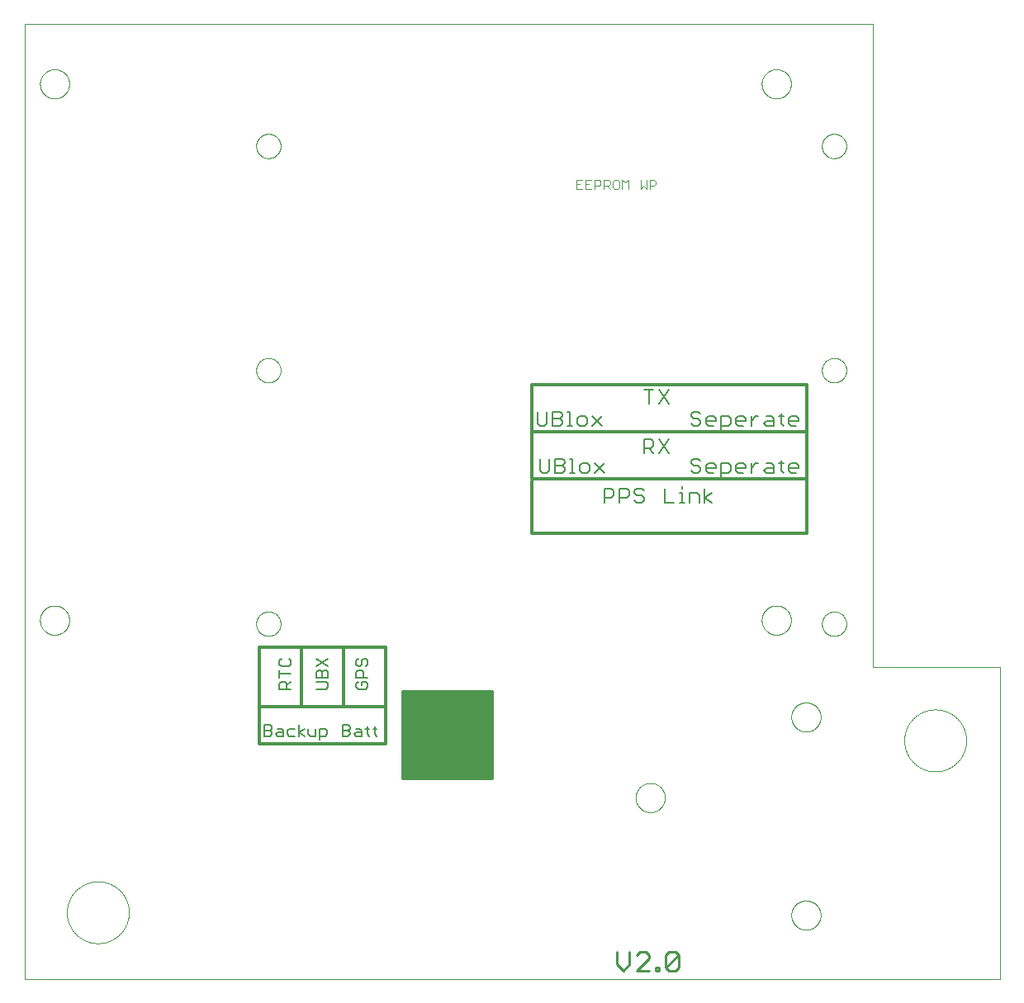
<source format=gto>
G75*
%MOIN*%
%OFA0B0*%
%FSLAX25Y25*%
%IPPOS*%
%LPD*%
%AMOC8*
5,1,8,0,0,1.08239X$1,22.5*
%
%ADD10C,0.00000*%
%ADD11C,0.00400*%
%ADD12C,0.00700*%
%ADD13C,0.00900*%
%ADD14C,0.01200*%
%ADD15C,0.00500*%
D10*
X0017623Y0012379D02*
X0017623Y0398206D01*
X0360143Y0398206D01*
X0360143Y0138363D01*
X0411324Y0138363D01*
X0411324Y0012379D01*
X0017623Y0012379D01*
X0034808Y0039343D02*
X0034812Y0039650D01*
X0034823Y0039956D01*
X0034842Y0040263D01*
X0034868Y0040568D01*
X0034902Y0040873D01*
X0034943Y0041177D01*
X0034992Y0041480D01*
X0035048Y0041782D01*
X0035112Y0042082D01*
X0035183Y0042380D01*
X0035261Y0042677D01*
X0035346Y0042972D01*
X0035439Y0043264D01*
X0035539Y0043554D01*
X0035646Y0043842D01*
X0035760Y0044127D01*
X0035880Y0044409D01*
X0036008Y0044687D01*
X0036143Y0044963D01*
X0036284Y0045235D01*
X0036432Y0045504D01*
X0036586Y0045769D01*
X0036747Y0046030D01*
X0036915Y0046288D01*
X0037088Y0046541D01*
X0037268Y0046789D01*
X0037454Y0047033D01*
X0037645Y0047273D01*
X0037843Y0047508D01*
X0038046Y0047737D01*
X0038255Y0047962D01*
X0038469Y0048182D01*
X0038689Y0048396D01*
X0038914Y0048605D01*
X0039143Y0048808D01*
X0039378Y0049006D01*
X0039618Y0049197D01*
X0039862Y0049383D01*
X0040110Y0049563D01*
X0040363Y0049736D01*
X0040621Y0049904D01*
X0040882Y0050065D01*
X0041147Y0050219D01*
X0041416Y0050367D01*
X0041688Y0050508D01*
X0041964Y0050643D01*
X0042242Y0050771D01*
X0042524Y0050891D01*
X0042809Y0051005D01*
X0043097Y0051112D01*
X0043387Y0051212D01*
X0043679Y0051305D01*
X0043974Y0051390D01*
X0044271Y0051468D01*
X0044569Y0051539D01*
X0044869Y0051603D01*
X0045171Y0051659D01*
X0045474Y0051708D01*
X0045778Y0051749D01*
X0046083Y0051783D01*
X0046388Y0051809D01*
X0046695Y0051828D01*
X0047001Y0051839D01*
X0047308Y0051843D01*
X0047615Y0051839D01*
X0047921Y0051828D01*
X0048228Y0051809D01*
X0048533Y0051783D01*
X0048838Y0051749D01*
X0049142Y0051708D01*
X0049445Y0051659D01*
X0049747Y0051603D01*
X0050047Y0051539D01*
X0050345Y0051468D01*
X0050642Y0051390D01*
X0050937Y0051305D01*
X0051229Y0051212D01*
X0051519Y0051112D01*
X0051807Y0051005D01*
X0052092Y0050891D01*
X0052374Y0050771D01*
X0052652Y0050643D01*
X0052928Y0050508D01*
X0053200Y0050367D01*
X0053469Y0050219D01*
X0053734Y0050065D01*
X0053995Y0049904D01*
X0054253Y0049736D01*
X0054506Y0049563D01*
X0054754Y0049383D01*
X0054998Y0049197D01*
X0055238Y0049006D01*
X0055473Y0048808D01*
X0055702Y0048605D01*
X0055927Y0048396D01*
X0056147Y0048182D01*
X0056361Y0047962D01*
X0056570Y0047737D01*
X0056773Y0047508D01*
X0056971Y0047273D01*
X0057162Y0047033D01*
X0057348Y0046789D01*
X0057528Y0046541D01*
X0057701Y0046288D01*
X0057869Y0046030D01*
X0058030Y0045769D01*
X0058184Y0045504D01*
X0058332Y0045235D01*
X0058473Y0044963D01*
X0058608Y0044687D01*
X0058736Y0044409D01*
X0058856Y0044127D01*
X0058970Y0043842D01*
X0059077Y0043554D01*
X0059177Y0043264D01*
X0059270Y0042972D01*
X0059355Y0042677D01*
X0059433Y0042380D01*
X0059504Y0042082D01*
X0059568Y0041782D01*
X0059624Y0041480D01*
X0059673Y0041177D01*
X0059714Y0040873D01*
X0059748Y0040568D01*
X0059774Y0040263D01*
X0059793Y0039956D01*
X0059804Y0039650D01*
X0059808Y0039343D01*
X0059804Y0039036D01*
X0059793Y0038730D01*
X0059774Y0038423D01*
X0059748Y0038118D01*
X0059714Y0037813D01*
X0059673Y0037509D01*
X0059624Y0037206D01*
X0059568Y0036904D01*
X0059504Y0036604D01*
X0059433Y0036306D01*
X0059355Y0036009D01*
X0059270Y0035714D01*
X0059177Y0035422D01*
X0059077Y0035132D01*
X0058970Y0034844D01*
X0058856Y0034559D01*
X0058736Y0034277D01*
X0058608Y0033999D01*
X0058473Y0033723D01*
X0058332Y0033451D01*
X0058184Y0033182D01*
X0058030Y0032917D01*
X0057869Y0032656D01*
X0057701Y0032398D01*
X0057528Y0032145D01*
X0057348Y0031897D01*
X0057162Y0031653D01*
X0056971Y0031413D01*
X0056773Y0031178D01*
X0056570Y0030949D01*
X0056361Y0030724D01*
X0056147Y0030504D01*
X0055927Y0030290D01*
X0055702Y0030081D01*
X0055473Y0029878D01*
X0055238Y0029680D01*
X0054998Y0029489D01*
X0054754Y0029303D01*
X0054506Y0029123D01*
X0054253Y0028950D01*
X0053995Y0028782D01*
X0053734Y0028621D01*
X0053469Y0028467D01*
X0053200Y0028319D01*
X0052928Y0028178D01*
X0052652Y0028043D01*
X0052374Y0027915D01*
X0052092Y0027795D01*
X0051807Y0027681D01*
X0051519Y0027574D01*
X0051229Y0027474D01*
X0050937Y0027381D01*
X0050642Y0027296D01*
X0050345Y0027218D01*
X0050047Y0027147D01*
X0049747Y0027083D01*
X0049445Y0027027D01*
X0049142Y0026978D01*
X0048838Y0026937D01*
X0048533Y0026903D01*
X0048228Y0026877D01*
X0047921Y0026858D01*
X0047615Y0026847D01*
X0047308Y0026843D01*
X0047001Y0026847D01*
X0046695Y0026858D01*
X0046388Y0026877D01*
X0046083Y0026903D01*
X0045778Y0026937D01*
X0045474Y0026978D01*
X0045171Y0027027D01*
X0044869Y0027083D01*
X0044569Y0027147D01*
X0044271Y0027218D01*
X0043974Y0027296D01*
X0043679Y0027381D01*
X0043387Y0027474D01*
X0043097Y0027574D01*
X0042809Y0027681D01*
X0042524Y0027795D01*
X0042242Y0027915D01*
X0041964Y0028043D01*
X0041688Y0028178D01*
X0041416Y0028319D01*
X0041147Y0028467D01*
X0040882Y0028621D01*
X0040621Y0028782D01*
X0040363Y0028950D01*
X0040110Y0029123D01*
X0039862Y0029303D01*
X0039618Y0029489D01*
X0039378Y0029680D01*
X0039143Y0029878D01*
X0038914Y0030081D01*
X0038689Y0030290D01*
X0038469Y0030504D01*
X0038255Y0030724D01*
X0038046Y0030949D01*
X0037843Y0031178D01*
X0037645Y0031413D01*
X0037454Y0031653D01*
X0037268Y0031897D01*
X0037088Y0032145D01*
X0036915Y0032398D01*
X0036747Y0032656D01*
X0036586Y0032917D01*
X0036432Y0033182D01*
X0036284Y0033451D01*
X0036143Y0033723D01*
X0036008Y0033999D01*
X0035880Y0034277D01*
X0035760Y0034559D01*
X0035646Y0034844D01*
X0035539Y0035132D01*
X0035439Y0035422D01*
X0035346Y0035714D01*
X0035261Y0036009D01*
X0035183Y0036306D01*
X0035112Y0036604D01*
X0035048Y0036904D01*
X0034992Y0037206D01*
X0034943Y0037509D01*
X0034902Y0037813D01*
X0034868Y0038118D01*
X0034842Y0038423D01*
X0034823Y0038730D01*
X0034812Y0039036D01*
X0034808Y0039343D01*
X0111206Y0155843D02*
X0111208Y0155983D01*
X0111214Y0156123D01*
X0111224Y0156262D01*
X0111238Y0156401D01*
X0111256Y0156540D01*
X0111277Y0156678D01*
X0111303Y0156816D01*
X0111333Y0156953D01*
X0111366Y0157088D01*
X0111404Y0157223D01*
X0111445Y0157357D01*
X0111490Y0157490D01*
X0111538Y0157621D01*
X0111591Y0157750D01*
X0111647Y0157879D01*
X0111706Y0158005D01*
X0111770Y0158130D01*
X0111836Y0158253D01*
X0111907Y0158374D01*
X0111980Y0158493D01*
X0112057Y0158610D01*
X0112138Y0158724D01*
X0112221Y0158836D01*
X0112308Y0158946D01*
X0112398Y0159054D01*
X0112490Y0159158D01*
X0112586Y0159260D01*
X0112685Y0159360D01*
X0112786Y0159456D01*
X0112890Y0159550D01*
X0112997Y0159640D01*
X0113106Y0159727D01*
X0113218Y0159812D01*
X0113332Y0159893D01*
X0113448Y0159971D01*
X0113566Y0160045D01*
X0113687Y0160116D01*
X0113809Y0160184D01*
X0113934Y0160248D01*
X0114060Y0160309D01*
X0114187Y0160366D01*
X0114317Y0160419D01*
X0114448Y0160469D01*
X0114580Y0160514D01*
X0114713Y0160557D01*
X0114848Y0160595D01*
X0114983Y0160629D01*
X0115120Y0160660D01*
X0115257Y0160687D01*
X0115395Y0160709D01*
X0115534Y0160728D01*
X0115673Y0160743D01*
X0115812Y0160754D01*
X0115952Y0160761D01*
X0116092Y0160764D01*
X0116232Y0160763D01*
X0116372Y0160758D01*
X0116511Y0160749D01*
X0116651Y0160736D01*
X0116790Y0160719D01*
X0116928Y0160698D01*
X0117066Y0160674D01*
X0117203Y0160645D01*
X0117339Y0160613D01*
X0117474Y0160576D01*
X0117608Y0160536D01*
X0117741Y0160492D01*
X0117872Y0160444D01*
X0118002Y0160393D01*
X0118131Y0160338D01*
X0118258Y0160279D01*
X0118383Y0160216D01*
X0118506Y0160151D01*
X0118628Y0160081D01*
X0118747Y0160008D01*
X0118865Y0159932D01*
X0118980Y0159853D01*
X0119093Y0159770D01*
X0119203Y0159684D01*
X0119311Y0159595D01*
X0119416Y0159503D01*
X0119519Y0159408D01*
X0119619Y0159310D01*
X0119716Y0159210D01*
X0119810Y0159106D01*
X0119902Y0159000D01*
X0119990Y0158892D01*
X0120075Y0158781D01*
X0120157Y0158667D01*
X0120236Y0158551D01*
X0120311Y0158434D01*
X0120383Y0158314D01*
X0120451Y0158192D01*
X0120516Y0158068D01*
X0120578Y0157942D01*
X0120636Y0157815D01*
X0120690Y0157686D01*
X0120741Y0157555D01*
X0120787Y0157423D01*
X0120830Y0157290D01*
X0120870Y0157156D01*
X0120905Y0157021D01*
X0120937Y0156884D01*
X0120964Y0156747D01*
X0120988Y0156609D01*
X0121008Y0156471D01*
X0121024Y0156332D01*
X0121036Y0156192D01*
X0121044Y0156053D01*
X0121048Y0155913D01*
X0121048Y0155773D01*
X0121044Y0155633D01*
X0121036Y0155494D01*
X0121024Y0155354D01*
X0121008Y0155215D01*
X0120988Y0155077D01*
X0120964Y0154939D01*
X0120937Y0154802D01*
X0120905Y0154665D01*
X0120870Y0154530D01*
X0120830Y0154396D01*
X0120787Y0154263D01*
X0120741Y0154131D01*
X0120690Y0154000D01*
X0120636Y0153871D01*
X0120578Y0153744D01*
X0120516Y0153618D01*
X0120451Y0153494D01*
X0120383Y0153372D01*
X0120311Y0153252D01*
X0120236Y0153135D01*
X0120157Y0153019D01*
X0120075Y0152905D01*
X0119990Y0152794D01*
X0119902Y0152686D01*
X0119810Y0152580D01*
X0119716Y0152476D01*
X0119619Y0152376D01*
X0119519Y0152278D01*
X0119416Y0152183D01*
X0119311Y0152091D01*
X0119203Y0152002D01*
X0119093Y0151916D01*
X0118980Y0151833D01*
X0118865Y0151754D01*
X0118747Y0151678D01*
X0118628Y0151605D01*
X0118506Y0151535D01*
X0118383Y0151470D01*
X0118258Y0151407D01*
X0118131Y0151348D01*
X0118002Y0151293D01*
X0117872Y0151242D01*
X0117741Y0151194D01*
X0117608Y0151150D01*
X0117474Y0151110D01*
X0117339Y0151073D01*
X0117203Y0151041D01*
X0117066Y0151012D01*
X0116928Y0150988D01*
X0116790Y0150967D01*
X0116651Y0150950D01*
X0116511Y0150937D01*
X0116372Y0150928D01*
X0116232Y0150923D01*
X0116092Y0150922D01*
X0115952Y0150925D01*
X0115812Y0150932D01*
X0115673Y0150943D01*
X0115534Y0150958D01*
X0115395Y0150977D01*
X0115257Y0150999D01*
X0115120Y0151026D01*
X0114983Y0151057D01*
X0114848Y0151091D01*
X0114713Y0151129D01*
X0114580Y0151172D01*
X0114448Y0151217D01*
X0114317Y0151267D01*
X0114187Y0151320D01*
X0114060Y0151377D01*
X0113934Y0151438D01*
X0113809Y0151502D01*
X0113687Y0151570D01*
X0113566Y0151641D01*
X0113448Y0151715D01*
X0113332Y0151793D01*
X0113218Y0151874D01*
X0113106Y0151959D01*
X0112997Y0152046D01*
X0112890Y0152136D01*
X0112786Y0152230D01*
X0112685Y0152326D01*
X0112586Y0152426D01*
X0112490Y0152528D01*
X0112398Y0152632D01*
X0112308Y0152740D01*
X0112221Y0152850D01*
X0112138Y0152962D01*
X0112057Y0153076D01*
X0111980Y0153193D01*
X0111907Y0153312D01*
X0111836Y0153433D01*
X0111770Y0153556D01*
X0111706Y0153681D01*
X0111647Y0153807D01*
X0111591Y0153936D01*
X0111538Y0154065D01*
X0111490Y0154196D01*
X0111445Y0154329D01*
X0111404Y0154463D01*
X0111366Y0154598D01*
X0111333Y0154733D01*
X0111303Y0154870D01*
X0111277Y0155008D01*
X0111256Y0155146D01*
X0111238Y0155285D01*
X0111224Y0155424D01*
X0111214Y0155563D01*
X0111208Y0155703D01*
X0111206Y0155843D01*
X0023914Y0157316D02*
X0023916Y0157469D01*
X0023922Y0157623D01*
X0023932Y0157776D01*
X0023946Y0157928D01*
X0023964Y0158081D01*
X0023986Y0158232D01*
X0024011Y0158383D01*
X0024041Y0158534D01*
X0024075Y0158684D01*
X0024112Y0158832D01*
X0024153Y0158980D01*
X0024198Y0159126D01*
X0024247Y0159272D01*
X0024300Y0159416D01*
X0024356Y0159558D01*
X0024416Y0159699D01*
X0024480Y0159839D01*
X0024547Y0159977D01*
X0024618Y0160113D01*
X0024693Y0160247D01*
X0024770Y0160379D01*
X0024852Y0160509D01*
X0024936Y0160637D01*
X0025024Y0160763D01*
X0025115Y0160886D01*
X0025209Y0161007D01*
X0025307Y0161125D01*
X0025407Y0161241D01*
X0025511Y0161354D01*
X0025617Y0161465D01*
X0025726Y0161573D01*
X0025838Y0161678D01*
X0025952Y0161779D01*
X0026070Y0161878D01*
X0026189Y0161974D01*
X0026311Y0162067D01*
X0026436Y0162156D01*
X0026563Y0162243D01*
X0026692Y0162325D01*
X0026823Y0162405D01*
X0026956Y0162481D01*
X0027091Y0162554D01*
X0027228Y0162623D01*
X0027367Y0162688D01*
X0027507Y0162750D01*
X0027649Y0162808D01*
X0027792Y0162863D01*
X0027937Y0162914D01*
X0028083Y0162961D01*
X0028230Y0163004D01*
X0028378Y0163043D01*
X0028527Y0163079D01*
X0028677Y0163110D01*
X0028828Y0163138D01*
X0028979Y0163162D01*
X0029132Y0163182D01*
X0029284Y0163198D01*
X0029437Y0163210D01*
X0029590Y0163218D01*
X0029743Y0163222D01*
X0029897Y0163222D01*
X0030050Y0163218D01*
X0030203Y0163210D01*
X0030356Y0163198D01*
X0030508Y0163182D01*
X0030661Y0163162D01*
X0030812Y0163138D01*
X0030963Y0163110D01*
X0031113Y0163079D01*
X0031262Y0163043D01*
X0031410Y0163004D01*
X0031557Y0162961D01*
X0031703Y0162914D01*
X0031848Y0162863D01*
X0031991Y0162808D01*
X0032133Y0162750D01*
X0032273Y0162688D01*
X0032412Y0162623D01*
X0032549Y0162554D01*
X0032684Y0162481D01*
X0032817Y0162405D01*
X0032948Y0162325D01*
X0033077Y0162243D01*
X0033204Y0162156D01*
X0033329Y0162067D01*
X0033451Y0161974D01*
X0033570Y0161878D01*
X0033688Y0161779D01*
X0033802Y0161678D01*
X0033914Y0161573D01*
X0034023Y0161465D01*
X0034129Y0161354D01*
X0034233Y0161241D01*
X0034333Y0161125D01*
X0034431Y0161007D01*
X0034525Y0160886D01*
X0034616Y0160763D01*
X0034704Y0160637D01*
X0034788Y0160509D01*
X0034870Y0160379D01*
X0034947Y0160247D01*
X0035022Y0160113D01*
X0035093Y0159977D01*
X0035160Y0159839D01*
X0035224Y0159699D01*
X0035284Y0159558D01*
X0035340Y0159416D01*
X0035393Y0159272D01*
X0035442Y0159126D01*
X0035487Y0158980D01*
X0035528Y0158832D01*
X0035565Y0158684D01*
X0035599Y0158534D01*
X0035629Y0158383D01*
X0035654Y0158232D01*
X0035676Y0158081D01*
X0035694Y0157928D01*
X0035708Y0157776D01*
X0035718Y0157623D01*
X0035724Y0157469D01*
X0035726Y0157316D01*
X0035724Y0157163D01*
X0035718Y0157009D01*
X0035708Y0156856D01*
X0035694Y0156704D01*
X0035676Y0156551D01*
X0035654Y0156400D01*
X0035629Y0156249D01*
X0035599Y0156098D01*
X0035565Y0155948D01*
X0035528Y0155800D01*
X0035487Y0155652D01*
X0035442Y0155506D01*
X0035393Y0155360D01*
X0035340Y0155216D01*
X0035284Y0155074D01*
X0035224Y0154933D01*
X0035160Y0154793D01*
X0035093Y0154655D01*
X0035022Y0154519D01*
X0034947Y0154385D01*
X0034870Y0154253D01*
X0034788Y0154123D01*
X0034704Y0153995D01*
X0034616Y0153869D01*
X0034525Y0153746D01*
X0034431Y0153625D01*
X0034333Y0153507D01*
X0034233Y0153391D01*
X0034129Y0153278D01*
X0034023Y0153167D01*
X0033914Y0153059D01*
X0033802Y0152954D01*
X0033688Y0152853D01*
X0033570Y0152754D01*
X0033451Y0152658D01*
X0033329Y0152565D01*
X0033204Y0152476D01*
X0033077Y0152389D01*
X0032948Y0152307D01*
X0032817Y0152227D01*
X0032684Y0152151D01*
X0032549Y0152078D01*
X0032412Y0152009D01*
X0032273Y0151944D01*
X0032133Y0151882D01*
X0031991Y0151824D01*
X0031848Y0151769D01*
X0031703Y0151718D01*
X0031557Y0151671D01*
X0031410Y0151628D01*
X0031262Y0151589D01*
X0031113Y0151553D01*
X0030963Y0151522D01*
X0030812Y0151494D01*
X0030661Y0151470D01*
X0030508Y0151450D01*
X0030356Y0151434D01*
X0030203Y0151422D01*
X0030050Y0151414D01*
X0029897Y0151410D01*
X0029743Y0151410D01*
X0029590Y0151414D01*
X0029437Y0151422D01*
X0029284Y0151434D01*
X0029132Y0151450D01*
X0028979Y0151470D01*
X0028828Y0151494D01*
X0028677Y0151522D01*
X0028527Y0151553D01*
X0028378Y0151589D01*
X0028230Y0151628D01*
X0028083Y0151671D01*
X0027937Y0151718D01*
X0027792Y0151769D01*
X0027649Y0151824D01*
X0027507Y0151882D01*
X0027367Y0151944D01*
X0027228Y0152009D01*
X0027091Y0152078D01*
X0026956Y0152151D01*
X0026823Y0152227D01*
X0026692Y0152307D01*
X0026563Y0152389D01*
X0026436Y0152476D01*
X0026311Y0152565D01*
X0026189Y0152658D01*
X0026070Y0152754D01*
X0025952Y0152853D01*
X0025838Y0152954D01*
X0025726Y0153059D01*
X0025617Y0153167D01*
X0025511Y0153278D01*
X0025407Y0153391D01*
X0025307Y0153507D01*
X0025209Y0153625D01*
X0025115Y0153746D01*
X0025024Y0153869D01*
X0024936Y0153995D01*
X0024852Y0154123D01*
X0024770Y0154253D01*
X0024693Y0154385D01*
X0024618Y0154519D01*
X0024547Y0154655D01*
X0024480Y0154793D01*
X0024416Y0154933D01*
X0024356Y0155074D01*
X0024300Y0155216D01*
X0024247Y0155360D01*
X0024198Y0155506D01*
X0024153Y0155652D01*
X0024112Y0155800D01*
X0024075Y0155948D01*
X0024041Y0156098D01*
X0024011Y0156249D01*
X0023986Y0156400D01*
X0023964Y0156551D01*
X0023946Y0156704D01*
X0023932Y0156856D01*
X0023922Y0157009D01*
X0023916Y0157163D01*
X0023914Y0157316D01*
X0111206Y0258206D02*
X0111208Y0258346D01*
X0111214Y0258486D01*
X0111224Y0258625D01*
X0111238Y0258764D01*
X0111256Y0258903D01*
X0111277Y0259041D01*
X0111303Y0259179D01*
X0111333Y0259316D01*
X0111366Y0259451D01*
X0111404Y0259586D01*
X0111445Y0259720D01*
X0111490Y0259853D01*
X0111538Y0259984D01*
X0111591Y0260113D01*
X0111647Y0260242D01*
X0111706Y0260368D01*
X0111770Y0260493D01*
X0111836Y0260616D01*
X0111907Y0260737D01*
X0111980Y0260856D01*
X0112057Y0260973D01*
X0112138Y0261087D01*
X0112221Y0261199D01*
X0112308Y0261309D01*
X0112398Y0261417D01*
X0112490Y0261521D01*
X0112586Y0261623D01*
X0112685Y0261723D01*
X0112786Y0261819D01*
X0112890Y0261913D01*
X0112997Y0262003D01*
X0113106Y0262090D01*
X0113218Y0262175D01*
X0113332Y0262256D01*
X0113448Y0262334D01*
X0113566Y0262408D01*
X0113687Y0262479D01*
X0113809Y0262547D01*
X0113934Y0262611D01*
X0114060Y0262672D01*
X0114187Y0262729D01*
X0114317Y0262782D01*
X0114448Y0262832D01*
X0114580Y0262877D01*
X0114713Y0262920D01*
X0114848Y0262958D01*
X0114983Y0262992D01*
X0115120Y0263023D01*
X0115257Y0263050D01*
X0115395Y0263072D01*
X0115534Y0263091D01*
X0115673Y0263106D01*
X0115812Y0263117D01*
X0115952Y0263124D01*
X0116092Y0263127D01*
X0116232Y0263126D01*
X0116372Y0263121D01*
X0116511Y0263112D01*
X0116651Y0263099D01*
X0116790Y0263082D01*
X0116928Y0263061D01*
X0117066Y0263037D01*
X0117203Y0263008D01*
X0117339Y0262976D01*
X0117474Y0262939D01*
X0117608Y0262899D01*
X0117741Y0262855D01*
X0117872Y0262807D01*
X0118002Y0262756D01*
X0118131Y0262701D01*
X0118258Y0262642D01*
X0118383Y0262579D01*
X0118506Y0262514D01*
X0118628Y0262444D01*
X0118747Y0262371D01*
X0118865Y0262295D01*
X0118980Y0262216D01*
X0119093Y0262133D01*
X0119203Y0262047D01*
X0119311Y0261958D01*
X0119416Y0261866D01*
X0119519Y0261771D01*
X0119619Y0261673D01*
X0119716Y0261573D01*
X0119810Y0261469D01*
X0119902Y0261363D01*
X0119990Y0261255D01*
X0120075Y0261144D01*
X0120157Y0261030D01*
X0120236Y0260914D01*
X0120311Y0260797D01*
X0120383Y0260677D01*
X0120451Y0260555D01*
X0120516Y0260431D01*
X0120578Y0260305D01*
X0120636Y0260178D01*
X0120690Y0260049D01*
X0120741Y0259918D01*
X0120787Y0259786D01*
X0120830Y0259653D01*
X0120870Y0259519D01*
X0120905Y0259384D01*
X0120937Y0259247D01*
X0120964Y0259110D01*
X0120988Y0258972D01*
X0121008Y0258834D01*
X0121024Y0258695D01*
X0121036Y0258555D01*
X0121044Y0258416D01*
X0121048Y0258276D01*
X0121048Y0258136D01*
X0121044Y0257996D01*
X0121036Y0257857D01*
X0121024Y0257717D01*
X0121008Y0257578D01*
X0120988Y0257440D01*
X0120964Y0257302D01*
X0120937Y0257165D01*
X0120905Y0257028D01*
X0120870Y0256893D01*
X0120830Y0256759D01*
X0120787Y0256626D01*
X0120741Y0256494D01*
X0120690Y0256363D01*
X0120636Y0256234D01*
X0120578Y0256107D01*
X0120516Y0255981D01*
X0120451Y0255857D01*
X0120383Y0255735D01*
X0120311Y0255615D01*
X0120236Y0255498D01*
X0120157Y0255382D01*
X0120075Y0255268D01*
X0119990Y0255157D01*
X0119902Y0255049D01*
X0119810Y0254943D01*
X0119716Y0254839D01*
X0119619Y0254739D01*
X0119519Y0254641D01*
X0119416Y0254546D01*
X0119311Y0254454D01*
X0119203Y0254365D01*
X0119093Y0254279D01*
X0118980Y0254196D01*
X0118865Y0254117D01*
X0118747Y0254041D01*
X0118628Y0253968D01*
X0118506Y0253898D01*
X0118383Y0253833D01*
X0118258Y0253770D01*
X0118131Y0253711D01*
X0118002Y0253656D01*
X0117872Y0253605D01*
X0117741Y0253557D01*
X0117608Y0253513D01*
X0117474Y0253473D01*
X0117339Y0253436D01*
X0117203Y0253404D01*
X0117066Y0253375D01*
X0116928Y0253351D01*
X0116790Y0253330D01*
X0116651Y0253313D01*
X0116511Y0253300D01*
X0116372Y0253291D01*
X0116232Y0253286D01*
X0116092Y0253285D01*
X0115952Y0253288D01*
X0115812Y0253295D01*
X0115673Y0253306D01*
X0115534Y0253321D01*
X0115395Y0253340D01*
X0115257Y0253362D01*
X0115120Y0253389D01*
X0114983Y0253420D01*
X0114848Y0253454D01*
X0114713Y0253492D01*
X0114580Y0253535D01*
X0114448Y0253580D01*
X0114317Y0253630D01*
X0114187Y0253683D01*
X0114060Y0253740D01*
X0113934Y0253801D01*
X0113809Y0253865D01*
X0113687Y0253933D01*
X0113566Y0254004D01*
X0113448Y0254078D01*
X0113332Y0254156D01*
X0113218Y0254237D01*
X0113106Y0254322D01*
X0112997Y0254409D01*
X0112890Y0254499D01*
X0112786Y0254593D01*
X0112685Y0254689D01*
X0112586Y0254789D01*
X0112490Y0254891D01*
X0112398Y0254995D01*
X0112308Y0255103D01*
X0112221Y0255213D01*
X0112138Y0255325D01*
X0112057Y0255439D01*
X0111980Y0255556D01*
X0111907Y0255675D01*
X0111836Y0255796D01*
X0111770Y0255919D01*
X0111706Y0256044D01*
X0111647Y0256170D01*
X0111591Y0256299D01*
X0111538Y0256428D01*
X0111490Y0256559D01*
X0111445Y0256692D01*
X0111404Y0256826D01*
X0111366Y0256961D01*
X0111333Y0257096D01*
X0111303Y0257233D01*
X0111277Y0257371D01*
X0111256Y0257509D01*
X0111238Y0257648D01*
X0111224Y0257787D01*
X0111214Y0257926D01*
X0111208Y0258066D01*
X0111206Y0258206D01*
X0111206Y0348757D02*
X0111208Y0348897D01*
X0111214Y0349037D01*
X0111224Y0349176D01*
X0111238Y0349315D01*
X0111256Y0349454D01*
X0111277Y0349592D01*
X0111303Y0349730D01*
X0111333Y0349867D01*
X0111366Y0350002D01*
X0111404Y0350137D01*
X0111445Y0350271D01*
X0111490Y0350404D01*
X0111538Y0350535D01*
X0111591Y0350664D01*
X0111647Y0350793D01*
X0111706Y0350919D01*
X0111770Y0351044D01*
X0111836Y0351167D01*
X0111907Y0351288D01*
X0111980Y0351407D01*
X0112057Y0351524D01*
X0112138Y0351638D01*
X0112221Y0351750D01*
X0112308Y0351860D01*
X0112398Y0351968D01*
X0112490Y0352072D01*
X0112586Y0352174D01*
X0112685Y0352274D01*
X0112786Y0352370D01*
X0112890Y0352464D01*
X0112997Y0352554D01*
X0113106Y0352641D01*
X0113218Y0352726D01*
X0113332Y0352807D01*
X0113448Y0352885D01*
X0113566Y0352959D01*
X0113687Y0353030D01*
X0113809Y0353098D01*
X0113934Y0353162D01*
X0114060Y0353223D01*
X0114187Y0353280D01*
X0114317Y0353333D01*
X0114448Y0353383D01*
X0114580Y0353428D01*
X0114713Y0353471D01*
X0114848Y0353509D01*
X0114983Y0353543D01*
X0115120Y0353574D01*
X0115257Y0353601D01*
X0115395Y0353623D01*
X0115534Y0353642D01*
X0115673Y0353657D01*
X0115812Y0353668D01*
X0115952Y0353675D01*
X0116092Y0353678D01*
X0116232Y0353677D01*
X0116372Y0353672D01*
X0116511Y0353663D01*
X0116651Y0353650D01*
X0116790Y0353633D01*
X0116928Y0353612D01*
X0117066Y0353588D01*
X0117203Y0353559D01*
X0117339Y0353527D01*
X0117474Y0353490D01*
X0117608Y0353450D01*
X0117741Y0353406D01*
X0117872Y0353358D01*
X0118002Y0353307D01*
X0118131Y0353252D01*
X0118258Y0353193D01*
X0118383Y0353130D01*
X0118506Y0353065D01*
X0118628Y0352995D01*
X0118747Y0352922D01*
X0118865Y0352846D01*
X0118980Y0352767D01*
X0119093Y0352684D01*
X0119203Y0352598D01*
X0119311Y0352509D01*
X0119416Y0352417D01*
X0119519Y0352322D01*
X0119619Y0352224D01*
X0119716Y0352124D01*
X0119810Y0352020D01*
X0119902Y0351914D01*
X0119990Y0351806D01*
X0120075Y0351695D01*
X0120157Y0351581D01*
X0120236Y0351465D01*
X0120311Y0351348D01*
X0120383Y0351228D01*
X0120451Y0351106D01*
X0120516Y0350982D01*
X0120578Y0350856D01*
X0120636Y0350729D01*
X0120690Y0350600D01*
X0120741Y0350469D01*
X0120787Y0350337D01*
X0120830Y0350204D01*
X0120870Y0350070D01*
X0120905Y0349935D01*
X0120937Y0349798D01*
X0120964Y0349661D01*
X0120988Y0349523D01*
X0121008Y0349385D01*
X0121024Y0349246D01*
X0121036Y0349106D01*
X0121044Y0348967D01*
X0121048Y0348827D01*
X0121048Y0348687D01*
X0121044Y0348547D01*
X0121036Y0348408D01*
X0121024Y0348268D01*
X0121008Y0348129D01*
X0120988Y0347991D01*
X0120964Y0347853D01*
X0120937Y0347716D01*
X0120905Y0347579D01*
X0120870Y0347444D01*
X0120830Y0347310D01*
X0120787Y0347177D01*
X0120741Y0347045D01*
X0120690Y0346914D01*
X0120636Y0346785D01*
X0120578Y0346658D01*
X0120516Y0346532D01*
X0120451Y0346408D01*
X0120383Y0346286D01*
X0120311Y0346166D01*
X0120236Y0346049D01*
X0120157Y0345933D01*
X0120075Y0345819D01*
X0119990Y0345708D01*
X0119902Y0345600D01*
X0119810Y0345494D01*
X0119716Y0345390D01*
X0119619Y0345290D01*
X0119519Y0345192D01*
X0119416Y0345097D01*
X0119311Y0345005D01*
X0119203Y0344916D01*
X0119093Y0344830D01*
X0118980Y0344747D01*
X0118865Y0344668D01*
X0118747Y0344592D01*
X0118628Y0344519D01*
X0118506Y0344449D01*
X0118383Y0344384D01*
X0118258Y0344321D01*
X0118131Y0344262D01*
X0118002Y0344207D01*
X0117872Y0344156D01*
X0117741Y0344108D01*
X0117608Y0344064D01*
X0117474Y0344024D01*
X0117339Y0343987D01*
X0117203Y0343955D01*
X0117066Y0343926D01*
X0116928Y0343902D01*
X0116790Y0343881D01*
X0116651Y0343864D01*
X0116511Y0343851D01*
X0116372Y0343842D01*
X0116232Y0343837D01*
X0116092Y0343836D01*
X0115952Y0343839D01*
X0115812Y0343846D01*
X0115673Y0343857D01*
X0115534Y0343872D01*
X0115395Y0343891D01*
X0115257Y0343913D01*
X0115120Y0343940D01*
X0114983Y0343971D01*
X0114848Y0344005D01*
X0114713Y0344043D01*
X0114580Y0344086D01*
X0114448Y0344131D01*
X0114317Y0344181D01*
X0114187Y0344234D01*
X0114060Y0344291D01*
X0113934Y0344352D01*
X0113809Y0344416D01*
X0113687Y0344484D01*
X0113566Y0344555D01*
X0113448Y0344629D01*
X0113332Y0344707D01*
X0113218Y0344788D01*
X0113106Y0344873D01*
X0112997Y0344960D01*
X0112890Y0345050D01*
X0112786Y0345144D01*
X0112685Y0345240D01*
X0112586Y0345340D01*
X0112490Y0345442D01*
X0112398Y0345546D01*
X0112308Y0345654D01*
X0112221Y0345764D01*
X0112138Y0345876D01*
X0112057Y0345990D01*
X0111980Y0346107D01*
X0111907Y0346226D01*
X0111836Y0346347D01*
X0111770Y0346470D01*
X0111706Y0346595D01*
X0111647Y0346721D01*
X0111591Y0346850D01*
X0111538Y0346979D01*
X0111490Y0347110D01*
X0111445Y0347243D01*
X0111404Y0347377D01*
X0111366Y0347512D01*
X0111333Y0347647D01*
X0111303Y0347784D01*
X0111277Y0347922D01*
X0111256Y0348060D01*
X0111238Y0348199D01*
X0111224Y0348338D01*
X0111214Y0348477D01*
X0111208Y0348617D01*
X0111206Y0348757D01*
X0023914Y0373851D02*
X0023916Y0374004D01*
X0023922Y0374158D01*
X0023932Y0374311D01*
X0023946Y0374463D01*
X0023964Y0374616D01*
X0023986Y0374767D01*
X0024011Y0374918D01*
X0024041Y0375069D01*
X0024075Y0375219D01*
X0024112Y0375367D01*
X0024153Y0375515D01*
X0024198Y0375661D01*
X0024247Y0375807D01*
X0024300Y0375951D01*
X0024356Y0376093D01*
X0024416Y0376234D01*
X0024480Y0376374D01*
X0024547Y0376512D01*
X0024618Y0376648D01*
X0024693Y0376782D01*
X0024770Y0376914D01*
X0024852Y0377044D01*
X0024936Y0377172D01*
X0025024Y0377298D01*
X0025115Y0377421D01*
X0025209Y0377542D01*
X0025307Y0377660D01*
X0025407Y0377776D01*
X0025511Y0377889D01*
X0025617Y0378000D01*
X0025726Y0378108D01*
X0025838Y0378213D01*
X0025952Y0378314D01*
X0026070Y0378413D01*
X0026189Y0378509D01*
X0026311Y0378602D01*
X0026436Y0378691D01*
X0026563Y0378778D01*
X0026692Y0378860D01*
X0026823Y0378940D01*
X0026956Y0379016D01*
X0027091Y0379089D01*
X0027228Y0379158D01*
X0027367Y0379223D01*
X0027507Y0379285D01*
X0027649Y0379343D01*
X0027792Y0379398D01*
X0027937Y0379449D01*
X0028083Y0379496D01*
X0028230Y0379539D01*
X0028378Y0379578D01*
X0028527Y0379614D01*
X0028677Y0379645D01*
X0028828Y0379673D01*
X0028979Y0379697D01*
X0029132Y0379717D01*
X0029284Y0379733D01*
X0029437Y0379745D01*
X0029590Y0379753D01*
X0029743Y0379757D01*
X0029897Y0379757D01*
X0030050Y0379753D01*
X0030203Y0379745D01*
X0030356Y0379733D01*
X0030508Y0379717D01*
X0030661Y0379697D01*
X0030812Y0379673D01*
X0030963Y0379645D01*
X0031113Y0379614D01*
X0031262Y0379578D01*
X0031410Y0379539D01*
X0031557Y0379496D01*
X0031703Y0379449D01*
X0031848Y0379398D01*
X0031991Y0379343D01*
X0032133Y0379285D01*
X0032273Y0379223D01*
X0032412Y0379158D01*
X0032549Y0379089D01*
X0032684Y0379016D01*
X0032817Y0378940D01*
X0032948Y0378860D01*
X0033077Y0378778D01*
X0033204Y0378691D01*
X0033329Y0378602D01*
X0033451Y0378509D01*
X0033570Y0378413D01*
X0033688Y0378314D01*
X0033802Y0378213D01*
X0033914Y0378108D01*
X0034023Y0378000D01*
X0034129Y0377889D01*
X0034233Y0377776D01*
X0034333Y0377660D01*
X0034431Y0377542D01*
X0034525Y0377421D01*
X0034616Y0377298D01*
X0034704Y0377172D01*
X0034788Y0377044D01*
X0034870Y0376914D01*
X0034947Y0376782D01*
X0035022Y0376648D01*
X0035093Y0376512D01*
X0035160Y0376374D01*
X0035224Y0376234D01*
X0035284Y0376093D01*
X0035340Y0375951D01*
X0035393Y0375807D01*
X0035442Y0375661D01*
X0035487Y0375515D01*
X0035528Y0375367D01*
X0035565Y0375219D01*
X0035599Y0375069D01*
X0035629Y0374918D01*
X0035654Y0374767D01*
X0035676Y0374616D01*
X0035694Y0374463D01*
X0035708Y0374311D01*
X0035718Y0374158D01*
X0035724Y0374004D01*
X0035726Y0373851D01*
X0035724Y0373698D01*
X0035718Y0373544D01*
X0035708Y0373391D01*
X0035694Y0373239D01*
X0035676Y0373086D01*
X0035654Y0372935D01*
X0035629Y0372784D01*
X0035599Y0372633D01*
X0035565Y0372483D01*
X0035528Y0372335D01*
X0035487Y0372187D01*
X0035442Y0372041D01*
X0035393Y0371895D01*
X0035340Y0371751D01*
X0035284Y0371609D01*
X0035224Y0371468D01*
X0035160Y0371328D01*
X0035093Y0371190D01*
X0035022Y0371054D01*
X0034947Y0370920D01*
X0034870Y0370788D01*
X0034788Y0370658D01*
X0034704Y0370530D01*
X0034616Y0370404D01*
X0034525Y0370281D01*
X0034431Y0370160D01*
X0034333Y0370042D01*
X0034233Y0369926D01*
X0034129Y0369813D01*
X0034023Y0369702D01*
X0033914Y0369594D01*
X0033802Y0369489D01*
X0033688Y0369388D01*
X0033570Y0369289D01*
X0033451Y0369193D01*
X0033329Y0369100D01*
X0033204Y0369011D01*
X0033077Y0368924D01*
X0032948Y0368842D01*
X0032817Y0368762D01*
X0032684Y0368686D01*
X0032549Y0368613D01*
X0032412Y0368544D01*
X0032273Y0368479D01*
X0032133Y0368417D01*
X0031991Y0368359D01*
X0031848Y0368304D01*
X0031703Y0368253D01*
X0031557Y0368206D01*
X0031410Y0368163D01*
X0031262Y0368124D01*
X0031113Y0368088D01*
X0030963Y0368057D01*
X0030812Y0368029D01*
X0030661Y0368005D01*
X0030508Y0367985D01*
X0030356Y0367969D01*
X0030203Y0367957D01*
X0030050Y0367949D01*
X0029897Y0367945D01*
X0029743Y0367945D01*
X0029590Y0367949D01*
X0029437Y0367957D01*
X0029284Y0367969D01*
X0029132Y0367985D01*
X0028979Y0368005D01*
X0028828Y0368029D01*
X0028677Y0368057D01*
X0028527Y0368088D01*
X0028378Y0368124D01*
X0028230Y0368163D01*
X0028083Y0368206D01*
X0027937Y0368253D01*
X0027792Y0368304D01*
X0027649Y0368359D01*
X0027507Y0368417D01*
X0027367Y0368479D01*
X0027228Y0368544D01*
X0027091Y0368613D01*
X0026956Y0368686D01*
X0026823Y0368762D01*
X0026692Y0368842D01*
X0026563Y0368924D01*
X0026436Y0369011D01*
X0026311Y0369100D01*
X0026189Y0369193D01*
X0026070Y0369289D01*
X0025952Y0369388D01*
X0025838Y0369489D01*
X0025726Y0369594D01*
X0025617Y0369702D01*
X0025511Y0369813D01*
X0025407Y0369926D01*
X0025307Y0370042D01*
X0025209Y0370160D01*
X0025115Y0370281D01*
X0025024Y0370404D01*
X0024936Y0370530D01*
X0024852Y0370658D01*
X0024770Y0370788D01*
X0024693Y0370920D01*
X0024618Y0371054D01*
X0024547Y0371190D01*
X0024480Y0371328D01*
X0024416Y0371468D01*
X0024356Y0371609D01*
X0024300Y0371751D01*
X0024247Y0371895D01*
X0024198Y0372041D01*
X0024153Y0372187D01*
X0024112Y0372335D01*
X0024075Y0372483D01*
X0024041Y0372633D01*
X0024011Y0372784D01*
X0023986Y0372935D01*
X0023964Y0373086D01*
X0023946Y0373239D01*
X0023932Y0373391D01*
X0023922Y0373544D01*
X0023916Y0373698D01*
X0023914Y0373851D01*
X0264363Y0085646D02*
X0264365Y0085799D01*
X0264371Y0085953D01*
X0264381Y0086106D01*
X0264395Y0086258D01*
X0264413Y0086411D01*
X0264435Y0086562D01*
X0264460Y0086713D01*
X0264490Y0086864D01*
X0264524Y0087014D01*
X0264561Y0087162D01*
X0264602Y0087310D01*
X0264647Y0087456D01*
X0264696Y0087602D01*
X0264749Y0087746D01*
X0264805Y0087888D01*
X0264865Y0088029D01*
X0264929Y0088169D01*
X0264996Y0088307D01*
X0265067Y0088443D01*
X0265142Y0088577D01*
X0265219Y0088709D01*
X0265301Y0088839D01*
X0265385Y0088967D01*
X0265473Y0089093D01*
X0265564Y0089216D01*
X0265658Y0089337D01*
X0265756Y0089455D01*
X0265856Y0089571D01*
X0265960Y0089684D01*
X0266066Y0089795D01*
X0266175Y0089903D01*
X0266287Y0090008D01*
X0266401Y0090109D01*
X0266519Y0090208D01*
X0266638Y0090304D01*
X0266760Y0090397D01*
X0266885Y0090486D01*
X0267012Y0090573D01*
X0267141Y0090655D01*
X0267272Y0090735D01*
X0267405Y0090811D01*
X0267540Y0090884D01*
X0267677Y0090953D01*
X0267816Y0091018D01*
X0267956Y0091080D01*
X0268098Y0091138D01*
X0268241Y0091193D01*
X0268386Y0091244D01*
X0268532Y0091291D01*
X0268679Y0091334D01*
X0268827Y0091373D01*
X0268976Y0091409D01*
X0269126Y0091440D01*
X0269277Y0091468D01*
X0269428Y0091492D01*
X0269581Y0091512D01*
X0269733Y0091528D01*
X0269886Y0091540D01*
X0270039Y0091548D01*
X0270192Y0091552D01*
X0270346Y0091552D01*
X0270499Y0091548D01*
X0270652Y0091540D01*
X0270805Y0091528D01*
X0270957Y0091512D01*
X0271110Y0091492D01*
X0271261Y0091468D01*
X0271412Y0091440D01*
X0271562Y0091409D01*
X0271711Y0091373D01*
X0271859Y0091334D01*
X0272006Y0091291D01*
X0272152Y0091244D01*
X0272297Y0091193D01*
X0272440Y0091138D01*
X0272582Y0091080D01*
X0272722Y0091018D01*
X0272861Y0090953D01*
X0272998Y0090884D01*
X0273133Y0090811D01*
X0273266Y0090735D01*
X0273397Y0090655D01*
X0273526Y0090573D01*
X0273653Y0090486D01*
X0273778Y0090397D01*
X0273900Y0090304D01*
X0274019Y0090208D01*
X0274137Y0090109D01*
X0274251Y0090008D01*
X0274363Y0089903D01*
X0274472Y0089795D01*
X0274578Y0089684D01*
X0274682Y0089571D01*
X0274782Y0089455D01*
X0274880Y0089337D01*
X0274974Y0089216D01*
X0275065Y0089093D01*
X0275153Y0088967D01*
X0275237Y0088839D01*
X0275319Y0088709D01*
X0275396Y0088577D01*
X0275471Y0088443D01*
X0275542Y0088307D01*
X0275609Y0088169D01*
X0275673Y0088029D01*
X0275733Y0087888D01*
X0275789Y0087746D01*
X0275842Y0087602D01*
X0275891Y0087456D01*
X0275936Y0087310D01*
X0275977Y0087162D01*
X0276014Y0087014D01*
X0276048Y0086864D01*
X0276078Y0086713D01*
X0276103Y0086562D01*
X0276125Y0086411D01*
X0276143Y0086258D01*
X0276157Y0086106D01*
X0276167Y0085953D01*
X0276173Y0085799D01*
X0276175Y0085646D01*
X0276173Y0085493D01*
X0276167Y0085339D01*
X0276157Y0085186D01*
X0276143Y0085034D01*
X0276125Y0084881D01*
X0276103Y0084730D01*
X0276078Y0084579D01*
X0276048Y0084428D01*
X0276014Y0084278D01*
X0275977Y0084130D01*
X0275936Y0083982D01*
X0275891Y0083836D01*
X0275842Y0083690D01*
X0275789Y0083546D01*
X0275733Y0083404D01*
X0275673Y0083263D01*
X0275609Y0083123D01*
X0275542Y0082985D01*
X0275471Y0082849D01*
X0275396Y0082715D01*
X0275319Y0082583D01*
X0275237Y0082453D01*
X0275153Y0082325D01*
X0275065Y0082199D01*
X0274974Y0082076D01*
X0274880Y0081955D01*
X0274782Y0081837D01*
X0274682Y0081721D01*
X0274578Y0081608D01*
X0274472Y0081497D01*
X0274363Y0081389D01*
X0274251Y0081284D01*
X0274137Y0081183D01*
X0274019Y0081084D01*
X0273900Y0080988D01*
X0273778Y0080895D01*
X0273653Y0080806D01*
X0273526Y0080719D01*
X0273397Y0080637D01*
X0273266Y0080557D01*
X0273133Y0080481D01*
X0272998Y0080408D01*
X0272861Y0080339D01*
X0272722Y0080274D01*
X0272582Y0080212D01*
X0272440Y0080154D01*
X0272297Y0080099D01*
X0272152Y0080048D01*
X0272006Y0080001D01*
X0271859Y0079958D01*
X0271711Y0079919D01*
X0271562Y0079883D01*
X0271412Y0079852D01*
X0271261Y0079824D01*
X0271110Y0079800D01*
X0270957Y0079780D01*
X0270805Y0079764D01*
X0270652Y0079752D01*
X0270499Y0079744D01*
X0270346Y0079740D01*
X0270192Y0079740D01*
X0270039Y0079744D01*
X0269886Y0079752D01*
X0269733Y0079764D01*
X0269581Y0079780D01*
X0269428Y0079800D01*
X0269277Y0079824D01*
X0269126Y0079852D01*
X0268976Y0079883D01*
X0268827Y0079919D01*
X0268679Y0079958D01*
X0268532Y0080001D01*
X0268386Y0080048D01*
X0268241Y0080099D01*
X0268098Y0080154D01*
X0267956Y0080212D01*
X0267816Y0080274D01*
X0267677Y0080339D01*
X0267540Y0080408D01*
X0267405Y0080481D01*
X0267272Y0080557D01*
X0267141Y0080637D01*
X0267012Y0080719D01*
X0266885Y0080806D01*
X0266760Y0080895D01*
X0266638Y0080988D01*
X0266519Y0081084D01*
X0266401Y0081183D01*
X0266287Y0081284D01*
X0266175Y0081389D01*
X0266066Y0081497D01*
X0265960Y0081608D01*
X0265856Y0081721D01*
X0265756Y0081837D01*
X0265658Y0081955D01*
X0265564Y0082076D01*
X0265473Y0082199D01*
X0265385Y0082325D01*
X0265301Y0082453D01*
X0265219Y0082583D01*
X0265142Y0082715D01*
X0265067Y0082849D01*
X0264996Y0082985D01*
X0264929Y0083123D01*
X0264865Y0083263D01*
X0264805Y0083404D01*
X0264749Y0083546D01*
X0264696Y0083690D01*
X0264647Y0083836D01*
X0264602Y0083982D01*
X0264561Y0084130D01*
X0264524Y0084278D01*
X0264490Y0084428D01*
X0264460Y0084579D01*
X0264435Y0084730D01*
X0264413Y0084881D01*
X0264395Y0085034D01*
X0264381Y0085186D01*
X0264371Y0085339D01*
X0264365Y0085493D01*
X0264363Y0085646D01*
X0327205Y0118166D02*
X0327207Y0118319D01*
X0327213Y0118473D01*
X0327223Y0118626D01*
X0327237Y0118778D01*
X0327255Y0118931D01*
X0327277Y0119082D01*
X0327302Y0119233D01*
X0327332Y0119384D01*
X0327366Y0119534D01*
X0327403Y0119682D01*
X0327444Y0119830D01*
X0327489Y0119976D01*
X0327538Y0120122D01*
X0327591Y0120266D01*
X0327647Y0120408D01*
X0327707Y0120549D01*
X0327771Y0120689D01*
X0327838Y0120827D01*
X0327909Y0120963D01*
X0327984Y0121097D01*
X0328061Y0121229D01*
X0328143Y0121359D01*
X0328227Y0121487D01*
X0328315Y0121613D01*
X0328406Y0121736D01*
X0328500Y0121857D01*
X0328598Y0121975D01*
X0328698Y0122091D01*
X0328802Y0122204D01*
X0328908Y0122315D01*
X0329017Y0122423D01*
X0329129Y0122528D01*
X0329243Y0122629D01*
X0329361Y0122728D01*
X0329480Y0122824D01*
X0329602Y0122917D01*
X0329727Y0123006D01*
X0329854Y0123093D01*
X0329983Y0123175D01*
X0330114Y0123255D01*
X0330247Y0123331D01*
X0330382Y0123404D01*
X0330519Y0123473D01*
X0330658Y0123538D01*
X0330798Y0123600D01*
X0330940Y0123658D01*
X0331083Y0123713D01*
X0331228Y0123764D01*
X0331374Y0123811D01*
X0331521Y0123854D01*
X0331669Y0123893D01*
X0331818Y0123929D01*
X0331968Y0123960D01*
X0332119Y0123988D01*
X0332270Y0124012D01*
X0332423Y0124032D01*
X0332575Y0124048D01*
X0332728Y0124060D01*
X0332881Y0124068D01*
X0333034Y0124072D01*
X0333188Y0124072D01*
X0333341Y0124068D01*
X0333494Y0124060D01*
X0333647Y0124048D01*
X0333799Y0124032D01*
X0333952Y0124012D01*
X0334103Y0123988D01*
X0334254Y0123960D01*
X0334404Y0123929D01*
X0334553Y0123893D01*
X0334701Y0123854D01*
X0334848Y0123811D01*
X0334994Y0123764D01*
X0335139Y0123713D01*
X0335282Y0123658D01*
X0335424Y0123600D01*
X0335564Y0123538D01*
X0335703Y0123473D01*
X0335840Y0123404D01*
X0335975Y0123331D01*
X0336108Y0123255D01*
X0336239Y0123175D01*
X0336368Y0123093D01*
X0336495Y0123006D01*
X0336620Y0122917D01*
X0336742Y0122824D01*
X0336861Y0122728D01*
X0336979Y0122629D01*
X0337093Y0122528D01*
X0337205Y0122423D01*
X0337314Y0122315D01*
X0337420Y0122204D01*
X0337524Y0122091D01*
X0337624Y0121975D01*
X0337722Y0121857D01*
X0337816Y0121736D01*
X0337907Y0121613D01*
X0337995Y0121487D01*
X0338079Y0121359D01*
X0338161Y0121229D01*
X0338238Y0121097D01*
X0338313Y0120963D01*
X0338384Y0120827D01*
X0338451Y0120689D01*
X0338515Y0120549D01*
X0338575Y0120408D01*
X0338631Y0120266D01*
X0338684Y0120122D01*
X0338733Y0119976D01*
X0338778Y0119830D01*
X0338819Y0119682D01*
X0338856Y0119534D01*
X0338890Y0119384D01*
X0338920Y0119233D01*
X0338945Y0119082D01*
X0338967Y0118931D01*
X0338985Y0118778D01*
X0338999Y0118626D01*
X0339009Y0118473D01*
X0339015Y0118319D01*
X0339017Y0118166D01*
X0339015Y0118013D01*
X0339009Y0117859D01*
X0338999Y0117706D01*
X0338985Y0117554D01*
X0338967Y0117401D01*
X0338945Y0117250D01*
X0338920Y0117099D01*
X0338890Y0116948D01*
X0338856Y0116798D01*
X0338819Y0116650D01*
X0338778Y0116502D01*
X0338733Y0116356D01*
X0338684Y0116210D01*
X0338631Y0116066D01*
X0338575Y0115924D01*
X0338515Y0115783D01*
X0338451Y0115643D01*
X0338384Y0115505D01*
X0338313Y0115369D01*
X0338238Y0115235D01*
X0338161Y0115103D01*
X0338079Y0114973D01*
X0337995Y0114845D01*
X0337907Y0114719D01*
X0337816Y0114596D01*
X0337722Y0114475D01*
X0337624Y0114357D01*
X0337524Y0114241D01*
X0337420Y0114128D01*
X0337314Y0114017D01*
X0337205Y0113909D01*
X0337093Y0113804D01*
X0336979Y0113703D01*
X0336861Y0113604D01*
X0336742Y0113508D01*
X0336620Y0113415D01*
X0336495Y0113326D01*
X0336368Y0113239D01*
X0336239Y0113157D01*
X0336108Y0113077D01*
X0335975Y0113001D01*
X0335840Y0112928D01*
X0335703Y0112859D01*
X0335564Y0112794D01*
X0335424Y0112732D01*
X0335282Y0112674D01*
X0335139Y0112619D01*
X0334994Y0112568D01*
X0334848Y0112521D01*
X0334701Y0112478D01*
X0334553Y0112439D01*
X0334404Y0112403D01*
X0334254Y0112372D01*
X0334103Y0112344D01*
X0333952Y0112320D01*
X0333799Y0112300D01*
X0333647Y0112284D01*
X0333494Y0112272D01*
X0333341Y0112264D01*
X0333188Y0112260D01*
X0333034Y0112260D01*
X0332881Y0112264D01*
X0332728Y0112272D01*
X0332575Y0112284D01*
X0332423Y0112300D01*
X0332270Y0112320D01*
X0332119Y0112344D01*
X0331968Y0112372D01*
X0331818Y0112403D01*
X0331669Y0112439D01*
X0331521Y0112478D01*
X0331374Y0112521D01*
X0331228Y0112568D01*
X0331083Y0112619D01*
X0330940Y0112674D01*
X0330798Y0112732D01*
X0330658Y0112794D01*
X0330519Y0112859D01*
X0330382Y0112928D01*
X0330247Y0113001D01*
X0330114Y0113077D01*
X0329983Y0113157D01*
X0329854Y0113239D01*
X0329727Y0113326D01*
X0329602Y0113415D01*
X0329480Y0113508D01*
X0329361Y0113604D01*
X0329243Y0113703D01*
X0329129Y0113804D01*
X0329017Y0113909D01*
X0328908Y0114017D01*
X0328802Y0114128D01*
X0328698Y0114241D01*
X0328598Y0114357D01*
X0328500Y0114475D01*
X0328406Y0114596D01*
X0328315Y0114719D01*
X0328227Y0114845D01*
X0328143Y0114973D01*
X0328061Y0115103D01*
X0327984Y0115235D01*
X0327909Y0115369D01*
X0327838Y0115505D01*
X0327771Y0115643D01*
X0327707Y0115783D01*
X0327647Y0115924D01*
X0327591Y0116066D01*
X0327538Y0116210D01*
X0327489Y0116356D01*
X0327444Y0116502D01*
X0327403Y0116650D01*
X0327366Y0116798D01*
X0327332Y0116948D01*
X0327302Y0117099D01*
X0327277Y0117250D01*
X0327255Y0117401D01*
X0327237Y0117554D01*
X0327223Y0117706D01*
X0327213Y0117859D01*
X0327207Y0118013D01*
X0327205Y0118166D01*
X0339552Y0155843D02*
X0339554Y0155983D01*
X0339560Y0156123D01*
X0339570Y0156262D01*
X0339584Y0156401D01*
X0339602Y0156540D01*
X0339623Y0156678D01*
X0339649Y0156816D01*
X0339679Y0156953D01*
X0339712Y0157088D01*
X0339750Y0157223D01*
X0339791Y0157357D01*
X0339836Y0157490D01*
X0339884Y0157621D01*
X0339937Y0157750D01*
X0339993Y0157879D01*
X0340052Y0158005D01*
X0340116Y0158130D01*
X0340182Y0158253D01*
X0340253Y0158374D01*
X0340326Y0158493D01*
X0340403Y0158610D01*
X0340484Y0158724D01*
X0340567Y0158836D01*
X0340654Y0158946D01*
X0340744Y0159054D01*
X0340836Y0159158D01*
X0340932Y0159260D01*
X0341031Y0159360D01*
X0341132Y0159456D01*
X0341236Y0159550D01*
X0341343Y0159640D01*
X0341452Y0159727D01*
X0341564Y0159812D01*
X0341678Y0159893D01*
X0341794Y0159971D01*
X0341912Y0160045D01*
X0342033Y0160116D01*
X0342155Y0160184D01*
X0342280Y0160248D01*
X0342406Y0160309D01*
X0342533Y0160366D01*
X0342663Y0160419D01*
X0342794Y0160469D01*
X0342926Y0160514D01*
X0343059Y0160557D01*
X0343194Y0160595D01*
X0343329Y0160629D01*
X0343466Y0160660D01*
X0343603Y0160687D01*
X0343741Y0160709D01*
X0343880Y0160728D01*
X0344019Y0160743D01*
X0344158Y0160754D01*
X0344298Y0160761D01*
X0344438Y0160764D01*
X0344578Y0160763D01*
X0344718Y0160758D01*
X0344857Y0160749D01*
X0344997Y0160736D01*
X0345136Y0160719D01*
X0345274Y0160698D01*
X0345412Y0160674D01*
X0345549Y0160645D01*
X0345685Y0160613D01*
X0345820Y0160576D01*
X0345954Y0160536D01*
X0346087Y0160492D01*
X0346218Y0160444D01*
X0346348Y0160393D01*
X0346477Y0160338D01*
X0346604Y0160279D01*
X0346729Y0160216D01*
X0346852Y0160151D01*
X0346974Y0160081D01*
X0347093Y0160008D01*
X0347211Y0159932D01*
X0347326Y0159853D01*
X0347439Y0159770D01*
X0347549Y0159684D01*
X0347657Y0159595D01*
X0347762Y0159503D01*
X0347865Y0159408D01*
X0347965Y0159310D01*
X0348062Y0159210D01*
X0348156Y0159106D01*
X0348248Y0159000D01*
X0348336Y0158892D01*
X0348421Y0158781D01*
X0348503Y0158667D01*
X0348582Y0158551D01*
X0348657Y0158434D01*
X0348729Y0158314D01*
X0348797Y0158192D01*
X0348862Y0158068D01*
X0348924Y0157942D01*
X0348982Y0157815D01*
X0349036Y0157686D01*
X0349087Y0157555D01*
X0349133Y0157423D01*
X0349176Y0157290D01*
X0349216Y0157156D01*
X0349251Y0157021D01*
X0349283Y0156884D01*
X0349310Y0156747D01*
X0349334Y0156609D01*
X0349354Y0156471D01*
X0349370Y0156332D01*
X0349382Y0156192D01*
X0349390Y0156053D01*
X0349394Y0155913D01*
X0349394Y0155773D01*
X0349390Y0155633D01*
X0349382Y0155494D01*
X0349370Y0155354D01*
X0349354Y0155215D01*
X0349334Y0155077D01*
X0349310Y0154939D01*
X0349283Y0154802D01*
X0349251Y0154665D01*
X0349216Y0154530D01*
X0349176Y0154396D01*
X0349133Y0154263D01*
X0349087Y0154131D01*
X0349036Y0154000D01*
X0348982Y0153871D01*
X0348924Y0153744D01*
X0348862Y0153618D01*
X0348797Y0153494D01*
X0348729Y0153372D01*
X0348657Y0153252D01*
X0348582Y0153135D01*
X0348503Y0153019D01*
X0348421Y0152905D01*
X0348336Y0152794D01*
X0348248Y0152686D01*
X0348156Y0152580D01*
X0348062Y0152476D01*
X0347965Y0152376D01*
X0347865Y0152278D01*
X0347762Y0152183D01*
X0347657Y0152091D01*
X0347549Y0152002D01*
X0347439Y0151916D01*
X0347326Y0151833D01*
X0347211Y0151754D01*
X0347093Y0151678D01*
X0346974Y0151605D01*
X0346852Y0151535D01*
X0346729Y0151470D01*
X0346604Y0151407D01*
X0346477Y0151348D01*
X0346348Y0151293D01*
X0346218Y0151242D01*
X0346087Y0151194D01*
X0345954Y0151150D01*
X0345820Y0151110D01*
X0345685Y0151073D01*
X0345549Y0151041D01*
X0345412Y0151012D01*
X0345274Y0150988D01*
X0345136Y0150967D01*
X0344997Y0150950D01*
X0344857Y0150937D01*
X0344718Y0150928D01*
X0344578Y0150923D01*
X0344438Y0150922D01*
X0344298Y0150925D01*
X0344158Y0150932D01*
X0344019Y0150943D01*
X0343880Y0150958D01*
X0343741Y0150977D01*
X0343603Y0150999D01*
X0343466Y0151026D01*
X0343329Y0151057D01*
X0343194Y0151091D01*
X0343059Y0151129D01*
X0342926Y0151172D01*
X0342794Y0151217D01*
X0342663Y0151267D01*
X0342533Y0151320D01*
X0342406Y0151377D01*
X0342280Y0151438D01*
X0342155Y0151502D01*
X0342033Y0151570D01*
X0341912Y0151641D01*
X0341794Y0151715D01*
X0341678Y0151793D01*
X0341564Y0151874D01*
X0341452Y0151959D01*
X0341343Y0152046D01*
X0341236Y0152136D01*
X0341132Y0152230D01*
X0341031Y0152326D01*
X0340932Y0152426D01*
X0340836Y0152528D01*
X0340744Y0152632D01*
X0340654Y0152740D01*
X0340567Y0152850D01*
X0340484Y0152962D01*
X0340403Y0153076D01*
X0340326Y0153193D01*
X0340253Y0153312D01*
X0340182Y0153433D01*
X0340116Y0153556D01*
X0340052Y0153681D01*
X0339993Y0153807D01*
X0339937Y0153936D01*
X0339884Y0154065D01*
X0339836Y0154196D01*
X0339791Y0154329D01*
X0339750Y0154463D01*
X0339712Y0154598D01*
X0339679Y0154733D01*
X0339649Y0154870D01*
X0339623Y0155008D01*
X0339602Y0155146D01*
X0339584Y0155285D01*
X0339570Y0155424D01*
X0339560Y0155563D01*
X0339554Y0155703D01*
X0339552Y0155843D01*
X0315252Y0157316D02*
X0315254Y0157469D01*
X0315260Y0157623D01*
X0315270Y0157776D01*
X0315284Y0157928D01*
X0315302Y0158081D01*
X0315324Y0158232D01*
X0315349Y0158383D01*
X0315379Y0158534D01*
X0315413Y0158684D01*
X0315450Y0158832D01*
X0315491Y0158980D01*
X0315536Y0159126D01*
X0315585Y0159272D01*
X0315638Y0159416D01*
X0315694Y0159558D01*
X0315754Y0159699D01*
X0315818Y0159839D01*
X0315885Y0159977D01*
X0315956Y0160113D01*
X0316031Y0160247D01*
X0316108Y0160379D01*
X0316190Y0160509D01*
X0316274Y0160637D01*
X0316362Y0160763D01*
X0316453Y0160886D01*
X0316547Y0161007D01*
X0316645Y0161125D01*
X0316745Y0161241D01*
X0316849Y0161354D01*
X0316955Y0161465D01*
X0317064Y0161573D01*
X0317176Y0161678D01*
X0317290Y0161779D01*
X0317408Y0161878D01*
X0317527Y0161974D01*
X0317649Y0162067D01*
X0317774Y0162156D01*
X0317901Y0162243D01*
X0318030Y0162325D01*
X0318161Y0162405D01*
X0318294Y0162481D01*
X0318429Y0162554D01*
X0318566Y0162623D01*
X0318705Y0162688D01*
X0318845Y0162750D01*
X0318987Y0162808D01*
X0319130Y0162863D01*
X0319275Y0162914D01*
X0319421Y0162961D01*
X0319568Y0163004D01*
X0319716Y0163043D01*
X0319865Y0163079D01*
X0320015Y0163110D01*
X0320166Y0163138D01*
X0320317Y0163162D01*
X0320470Y0163182D01*
X0320622Y0163198D01*
X0320775Y0163210D01*
X0320928Y0163218D01*
X0321081Y0163222D01*
X0321235Y0163222D01*
X0321388Y0163218D01*
X0321541Y0163210D01*
X0321694Y0163198D01*
X0321846Y0163182D01*
X0321999Y0163162D01*
X0322150Y0163138D01*
X0322301Y0163110D01*
X0322451Y0163079D01*
X0322600Y0163043D01*
X0322748Y0163004D01*
X0322895Y0162961D01*
X0323041Y0162914D01*
X0323186Y0162863D01*
X0323329Y0162808D01*
X0323471Y0162750D01*
X0323611Y0162688D01*
X0323750Y0162623D01*
X0323887Y0162554D01*
X0324022Y0162481D01*
X0324155Y0162405D01*
X0324286Y0162325D01*
X0324415Y0162243D01*
X0324542Y0162156D01*
X0324667Y0162067D01*
X0324789Y0161974D01*
X0324908Y0161878D01*
X0325026Y0161779D01*
X0325140Y0161678D01*
X0325252Y0161573D01*
X0325361Y0161465D01*
X0325467Y0161354D01*
X0325571Y0161241D01*
X0325671Y0161125D01*
X0325769Y0161007D01*
X0325863Y0160886D01*
X0325954Y0160763D01*
X0326042Y0160637D01*
X0326126Y0160509D01*
X0326208Y0160379D01*
X0326285Y0160247D01*
X0326360Y0160113D01*
X0326431Y0159977D01*
X0326498Y0159839D01*
X0326562Y0159699D01*
X0326622Y0159558D01*
X0326678Y0159416D01*
X0326731Y0159272D01*
X0326780Y0159126D01*
X0326825Y0158980D01*
X0326866Y0158832D01*
X0326903Y0158684D01*
X0326937Y0158534D01*
X0326967Y0158383D01*
X0326992Y0158232D01*
X0327014Y0158081D01*
X0327032Y0157928D01*
X0327046Y0157776D01*
X0327056Y0157623D01*
X0327062Y0157469D01*
X0327064Y0157316D01*
X0327062Y0157163D01*
X0327056Y0157009D01*
X0327046Y0156856D01*
X0327032Y0156704D01*
X0327014Y0156551D01*
X0326992Y0156400D01*
X0326967Y0156249D01*
X0326937Y0156098D01*
X0326903Y0155948D01*
X0326866Y0155800D01*
X0326825Y0155652D01*
X0326780Y0155506D01*
X0326731Y0155360D01*
X0326678Y0155216D01*
X0326622Y0155074D01*
X0326562Y0154933D01*
X0326498Y0154793D01*
X0326431Y0154655D01*
X0326360Y0154519D01*
X0326285Y0154385D01*
X0326208Y0154253D01*
X0326126Y0154123D01*
X0326042Y0153995D01*
X0325954Y0153869D01*
X0325863Y0153746D01*
X0325769Y0153625D01*
X0325671Y0153507D01*
X0325571Y0153391D01*
X0325467Y0153278D01*
X0325361Y0153167D01*
X0325252Y0153059D01*
X0325140Y0152954D01*
X0325026Y0152853D01*
X0324908Y0152754D01*
X0324789Y0152658D01*
X0324667Y0152565D01*
X0324542Y0152476D01*
X0324415Y0152389D01*
X0324286Y0152307D01*
X0324155Y0152227D01*
X0324022Y0152151D01*
X0323887Y0152078D01*
X0323750Y0152009D01*
X0323611Y0151944D01*
X0323471Y0151882D01*
X0323329Y0151824D01*
X0323186Y0151769D01*
X0323041Y0151718D01*
X0322895Y0151671D01*
X0322748Y0151628D01*
X0322600Y0151589D01*
X0322451Y0151553D01*
X0322301Y0151522D01*
X0322150Y0151494D01*
X0321999Y0151470D01*
X0321846Y0151450D01*
X0321694Y0151434D01*
X0321541Y0151422D01*
X0321388Y0151414D01*
X0321235Y0151410D01*
X0321081Y0151410D01*
X0320928Y0151414D01*
X0320775Y0151422D01*
X0320622Y0151434D01*
X0320470Y0151450D01*
X0320317Y0151470D01*
X0320166Y0151494D01*
X0320015Y0151522D01*
X0319865Y0151553D01*
X0319716Y0151589D01*
X0319568Y0151628D01*
X0319421Y0151671D01*
X0319275Y0151718D01*
X0319130Y0151769D01*
X0318987Y0151824D01*
X0318845Y0151882D01*
X0318705Y0151944D01*
X0318566Y0152009D01*
X0318429Y0152078D01*
X0318294Y0152151D01*
X0318161Y0152227D01*
X0318030Y0152307D01*
X0317901Y0152389D01*
X0317774Y0152476D01*
X0317649Y0152565D01*
X0317527Y0152658D01*
X0317408Y0152754D01*
X0317290Y0152853D01*
X0317176Y0152954D01*
X0317064Y0153059D01*
X0316955Y0153167D01*
X0316849Y0153278D01*
X0316745Y0153391D01*
X0316645Y0153507D01*
X0316547Y0153625D01*
X0316453Y0153746D01*
X0316362Y0153869D01*
X0316274Y0153995D01*
X0316190Y0154123D01*
X0316108Y0154253D01*
X0316031Y0154385D01*
X0315956Y0154519D01*
X0315885Y0154655D01*
X0315818Y0154793D01*
X0315754Y0154933D01*
X0315694Y0155074D01*
X0315638Y0155216D01*
X0315585Y0155360D01*
X0315536Y0155506D01*
X0315491Y0155652D01*
X0315450Y0155800D01*
X0315413Y0155948D01*
X0315379Y0156098D01*
X0315349Y0156249D01*
X0315324Y0156400D01*
X0315302Y0156551D01*
X0315284Y0156704D01*
X0315270Y0156856D01*
X0315260Y0157009D01*
X0315254Y0157163D01*
X0315252Y0157316D01*
X0372800Y0108749D02*
X0372804Y0109056D01*
X0372815Y0109362D01*
X0372834Y0109669D01*
X0372860Y0109974D01*
X0372894Y0110279D01*
X0372935Y0110583D01*
X0372984Y0110886D01*
X0373040Y0111188D01*
X0373104Y0111488D01*
X0373175Y0111786D01*
X0373253Y0112083D01*
X0373338Y0112378D01*
X0373431Y0112670D01*
X0373531Y0112960D01*
X0373638Y0113248D01*
X0373752Y0113533D01*
X0373872Y0113815D01*
X0374000Y0114093D01*
X0374135Y0114369D01*
X0374276Y0114641D01*
X0374424Y0114910D01*
X0374578Y0115175D01*
X0374739Y0115436D01*
X0374907Y0115694D01*
X0375080Y0115947D01*
X0375260Y0116195D01*
X0375446Y0116439D01*
X0375637Y0116679D01*
X0375835Y0116914D01*
X0376038Y0117143D01*
X0376247Y0117368D01*
X0376461Y0117588D01*
X0376681Y0117802D01*
X0376906Y0118011D01*
X0377135Y0118214D01*
X0377370Y0118412D01*
X0377610Y0118603D01*
X0377854Y0118789D01*
X0378102Y0118969D01*
X0378355Y0119142D01*
X0378613Y0119310D01*
X0378874Y0119471D01*
X0379139Y0119625D01*
X0379408Y0119773D01*
X0379680Y0119914D01*
X0379956Y0120049D01*
X0380234Y0120177D01*
X0380516Y0120297D01*
X0380801Y0120411D01*
X0381089Y0120518D01*
X0381379Y0120618D01*
X0381671Y0120711D01*
X0381966Y0120796D01*
X0382263Y0120874D01*
X0382561Y0120945D01*
X0382861Y0121009D01*
X0383163Y0121065D01*
X0383466Y0121114D01*
X0383770Y0121155D01*
X0384075Y0121189D01*
X0384380Y0121215D01*
X0384687Y0121234D01*
X0384993Y0121245D01*
X0385300Y0121249D01*
X0385607Y0121245D01*
X0385913Y0121234D01*
X0386220Y0121215D01*
X0386525Y0121189D01*
X0386830Y0121155D01*
X0387134Y0121114D01*
X0387437Y0121065D01*
X0387739Y0121009D01*
X0388039Y0120945D01*
X0388337Y0120874D01*
X0388634Y0120796D01*
X0388929Y0120711D01*
X0389221Y0120618D01*
X0389511Y0120518D01*
X0389799Y0120411D01*
X0390084Y0120297D01*
X0390366Y0120177D01*
X0390644Y0120049D01*
X0390920Y0119914D01*
X0391192Y0119773D01*
X0391461Y0119625D01*
X0391726Y0119471D01*
X0391987Y0119310D01*
X0392245Y0119142D01*
X0392498Y0118969D01*
X0392746Y0118789D01*
X0392990Y0118603D01*
X0393230Y0118412D01*
X0393465Y0118214D01*
X0393694Y0118011D01*
X0393919Y0117802D01*
X0394139Y0117588D01*
X0394353Y0117368D01*
X0394562Y0117143D01*
X0394765Y0116914D01*
X0394963Y0116679D01*
X0395154Y0116439D01*
X0395340Y0116195D01*
X0395520Y0115947D01*
X0395693Y0115694D01*
X0395861Y0115436D01*
X0396022Y0115175D01*
X0396176Y0114910D01*
X0396324Y0114641D01*
X0396465Y0114369D01*
X0396600Y0114093D01*
X0396728Y0113815D01*
X0396848Y0113533D01*
X0396962Y0113248D01*
X0397069Y0112960D01*
X0397169Y0112670D01*
X0397262Y0112378D01*
X0397347Y0112083D01*
X0397425Y0111786D01*
X0397496Y0111488D01*
X0397560Y0111188D01*
X0397616Y0110886D01*
X0397665Y0110583D01*
X0397706Y0110279D01*
X0397740Y0109974D01*
X0397766Y0109669D01*
X0397785Y0109362D01*
X0397796Y0109056D01*
X0397800Y0108749D01*
X0397796Y0108442D01*
X0397785Y0108136D01*
X0397766Y0107829D01*
X0397740Y0107524D01*
X0397706Y0107219D01*
X0397665Y0106915D01*
X0397616Y0106612D01*
X0397560Y0106310D01*
X0397496Y0106010D01*
X0397425Y0105712D01*
X0397347Y0105415D01*
X0397262Y0105120D01*
X0397169Y0104828D01*
X0397069Y0104538D01*
X0396962Y0104250D01*
X0396848Y0103965D01*
X0396728Y0103683D01*
X0396600Y0103405D01*
X0396465Y0103129D01*
X0396324Y0102857D01*
X0396176Y0102588D01*
X0396022Y0102323D01*
X0395861Y0102062D01*
X0395693Y0101804D01*
X0395520Y0101551D01*
X0395340Y0101303D01*
X0395154Y0101059D01*
X0394963Y0100819D01*
X0394765Y0100584D01*
X0394562Y0100355D01*
X0394353Y0100130D01*
X0394139Y0099910D01*
X0393919Y0099696D01*
X0393694Y0099487D01*
X0393465Y0099284D01*
X0393230Y0099086D01*
X0392990Y0098895D01*
X0392746Y0098709D01*
X0392498Y0098529D01*
X0392245Y0098356D01*
X0391987Y0098188D01*
X0391726Y0098027D01*
X0391461Y0097873D01*
X0391192Y0097725D01*
X0390920Y0097584D01*
X0390644Y0097449D01*
X0390366Y0097321D01*
X0390084Y0097201D01*
X0389799Y0097087D01*
X0389511Y0096980D01*
X0389221Y0096880D01*
X0388929Y0096787D01*
X0388634Y0096702D01*
X0388337Y0096624D01*
X0388039Y0096553D01*
X0387739Y0096489D01*
X0387437Y0096433D01*
X0387134Y0096384D01*
X0386830Y0096343D01*
X0386525Y0096309D01*
X0386220Y0096283D01*
X0385913Y0096264D01*
X0385607Y0096253D01*
X0385300Y0096249D01*
X0384993Y0096253D01*
X0384687Y0096264D01*
X0384380Y0096283D01*
X0384075Y0096309D01*
X0383770Y0096343D01*
X0383466Y0096384D01*
X0383163Y0096433D01*
X0382861Y0096489D01*
X0382561Y0096553D01*
X0382263Y0096624D01*
X0381966Y0096702D01*
X0381671Y0096787D01*
X0381379Y0096880D01*
X0381089Y0096980D01*
X0380801Y0097087D01*
X0380516Y0097201D01*
X0380234Y0097321D01*
X0379956Y0097449D01*
X0379680Y0097584D01*
X0379408Y0097725D01*
X0379139Y0097873D01*
X0378874Y0098027D01*
X0378613Y0098188D01*
X0378355Y0098356D01*
X0378102Y0098529D01*
X0377854Y0098709D01*
X0377610Y0098895D01*
X0377370Y0099086D01*
X0377135Y0099284D01*
X0376906Y0099487D01*
X0376681Y0099696D01*
X0376461Y0099910D01*
X0376247Y0100130D01*
X0376038Y0100355D01*
X0375835Y0100584D01*
X0375637Y0100819D01*
X0375446Y0101059D01*
X0375260Y0101303D01*
X0375080Y0101551D01*
X0374907Y0101804D01*
X0374739Y0102062D01*
X0374578Y0102323D01*
X0374424Y0102588D01*
X0374276Y0102857D01*
X0374135Y0103129D01*
X0374000Y0103405D01*
X0373872Y0103683D01*
X0373752Y0103965D01*
X0373638Y0104250D01*
X0373531Y0104538D01*
X0373431Y0104828D01*
X0373338Y0105120D01*
X0373253Y0105415D01*
X0373175Y0105712D01*
X0373104Y0106010D01*
X0373040Y0106310D01*
X0372984Y0106612D01*
X0372935Y0106915D01*
X0372894Y0107219D01*
X0372860Y0107524D01*
X0372834Y0107829D01*
X0372815Y0108136D01*
X0372804Y0108442D01*
X0372800Y0108749D01*
X0327205Y0038166D02*
X0327207Y0038319D01*
X0327213Y0038473D01*
X0327223Y0038626D01*
X0327237Y0038778D01*
X0327255Y0038931D01*
X0327277Y0039082D01*
X0327302Y0039233D01*
X0327332Y0039384D01*
X0327366Y0039534D01*
X0327403Y0039682D01*
X0327444Y0039830D01*
X0327489Y0039976D01*
X0327538Y0040122D01*
X0327591Y0040266D01*
X0327647Y0040408D01*
X0327707Y0040549D01*
X0327771Y0040689D01*
X0327838Y0040827D01*
X0327909Y0040963D01*
X0327984Y0041097D01*
X0328061Y0041229D01*
X0328143Y0041359D01*
X0328227Y0041487D01*
X0328315Y0041613D01*
X0328406Y0041736D01*
X0328500Y0041857D01*
X0328598Y0041975D01*
X0328698Y0042091D01*
X0328802Y0042204D01*
X0328908Y0042315D01*
X0329017Y0042423D01*
X0329129Y0042528D01*
X0329243Y0042629D01*
X0329361Y0042728D01*
X0329480Y0042824D01*
X0329602Y0042917D01*
X0329727Y0043006D01*
X0329854Y0043093D01*
X0329983Y0043175D01*
X0330114Y0043255D01*
X0330247Y0043331D01*
X0330382Y0043404D01*
X0330519Y0043473D01*
X0330658Y0043538D01*
X0330798Y0043600D01*
X0330940Y0043658D01*
X0331083Y0043713D01*
X0331228Y0043764D01*
X0331374Y0043811D01*
X0331521Y0043854D01*
X0331669Y0043893D01*
X0331818Y0043929D01*
X0331968Y0043960D01*
X0332119Y0043988D01*
X0332270Y0044012D01*
X0332423Y0044032D01*
X0332575Y0044048D01*
X0332728Y0044060D01*
X0332881Y0044068D01*
X0333034Y0044072D01*
X0333188Y0044072D01*
X0333341Y0044068D01*
X0333494Y0044060D01*
X0333647Y0044048D01*
X0333799Y0044032D01*
X0333952Y0044012D01*
X0334103Y0043988D01*
X0334254Y0043960D01*
X0334404Y0043929D01*
X0334553Y0043893D01*
X0334701Y0043854D01*
X0334848Y0043811D01*
X0334994Y0043764D01*
X0335139Y0043713D01*
X0335282Y0043658D01*
X0335424Y0043600D01*
X0335564Y0043538D01*
X0335703Y0043473D01*
X0335840Y0043404D01*
X0335975Y0043331D01*
X0336108Y0043255D01*
X0336239Y0043175D01*
X0336368Y0043093D01*
X0336495Y0043006D01*
X0336620Y0042917D01*
X0336742Y0042824D01*
X0336861Y0042728D01*
X0336979Y0042629D01*
X0337093Y0042528D01*
X0337205Y0042423D01*
X0337314Y0042315D01*
X0337420Y0042204D01*
X0337524Y0042091D01*
X0337624Y0041975D01*
X0337722Y0041857D01*
X0337816Y0041736D01*
X0337907Y0041613D01*
X0337995Y0041487D01*
X0338079Y0041359D01*
X0338161Y0041229D01*
X0338238Y0041097D01*
X0338313Y0040963D01*
X0338384Y0040827D01*
X0338451Y0040689D01*
X0338515Y0040549D01*
X0338575Y0040408D01*
X0338631Y0040266D01*
X0338684Y0040122D01*
X0338733Y0039976D01*
X0338778Y0039830D01*
X0338819Y0039682D01*
X0338856Y0039534D01*
X0338890Y0039384D01*
X0338920Y0039233D01*
X0338945Y0039082D01*
X0338967Y0038931D01*
X0338985Y0038778D01*
X0338999Y0038626D01*
X0339009Y0038473D01*
X0339015Y0038319D01*
X0339017Y0038166D01*
X0339015Y0038013D01*
X0339009Y0037859D01*
X0338999Y0037706D01*
X0338985Y0037554D01*
X0338967Y0037401D01*
X0338945Y0037250D01*
X0338920Y0037099D01*
X0338890Y0036948D01*
X0338856Y0036798D01*
X0338819Y0036650D01*
X0338778Y0036502D01*
X0338733Y0036356D01*
X0338684Y0036210D01*
X0338631Y0036066D01*
X0338575Y0035924D01*
X0338515Y0035783D01*
X0338451Y0035643D01*
X0338384Y0035505D01*
X0338313Y0035369D01*
X0338238Y0035235D01*
X0338161Y0035103D01*
X0338079Y0034973D01*
X0337995Y0034845D01*
X0337907Y0034719D01*
X0337816Y0034596D01*
X0337722Y0034475D01*
X0337624Y0034357D01*
X0337524Y0034241D01*
X0337420Y0034128D01*
X0337314Y0034017D01*
X0337205Y0033909D01*
X0337093Y0033804D01*
X0336979Y0033703D01*
X0336861Y0033604D01*
X0336742Y0033508D01*
X0336620Y0033415D01*
X0336495Y0033326D01*
X0336368Y0033239D01*
X0336239Y0033157D01*
X0336108Y0033077D01*
X0335975Y0033001D01*
X0335840Y0032928D01*
X0335703Y0032859D01*
X0335564Y0032794D01*
X0335424Y0032732D01*
X0335282Y0032674D01*
X0335139Y0032619D01*
X0334994Y0032568D01*
X0334848Y0032521D01*
X0334701Y0032478D01*
X0334553Y0032439D01*
X0334404Y0032403D01*
X0334254Y0032372D01*
X0334103Y0032344D01*
X0333952Y0032320D01*
X0333799Y0032300D01*
X0333647Y0032284D01*
X0333494Y0032272D01*
X0333341Y0032264D01*
X0333188Y0032260D01*
X0333034Y0032260D01*
X0332881Y0032264D01*
X0332728Y0032272D01*
X0332575Y0032284D01*
X0332423Y0032300D01*
X0332270Y0032320D01*
X0332119Y0032344D01*
X0331968Y0032372D01*
X0331818Y0032403D01*
X0331669Y0032439D01*
X0331521Y0032478D01*
X0331374Y0032521D01*
X0331228Y0032568D01*
X0331083Y0032619D01*
X0330940Y0032674D01*
X0330798Y0032732D01*
X0330658Y0032794D01*
X0330519Y0032859D01*
X0330382Y0032928D01*
X0330247Y0033001D01*
X0330114Y0033077D01*
X0329983Y0033157D01*
X0329854Y0033239D01*
X0329727Y0033326D01*
X0329602Y0033415D01*
X0329480Y0033508D01*
X0329361Y0033604D01*
X0329243Y0033703D01*
X0329129Y0033804D01*
X0329017Y0033909D01*
X0328908Y0034017D01*
X0328802Y0034128D01*
X0328698Y0034241D01*
X0328598Y0034357D01*
X0328500Y0034475D01*
X0328406Y0034596D01*
X0328315Y0034719D01*
X0328227Y0034845D01*
X0328143Y0034973D01*
X0328061Y0035103D01*
X0327984Y0035235D01*
X0327909Y0035369D01*
X0327838Y0035505D01*
X0327771Y0035643D01*
X0327707Y0035783D01*
X0327647Y0035924D01*
X0327591Y0036066D01*
X0327538Y0036210D01*
X0327489Y0036356D01*
X0327444Y0036502D01*
X0327403Y0036650D01*
X0327366Y0036798D01*
X0327332Y0036948D01*
X0327302Y0037099D01*
X0327277Y0037250D01*
X0327255Y0037401D01*
X0327237Y0037554D01*
X0327223Y0037706D01*
X0327213Y0037859D01*
X0327207Y0038013D01*
X0327205Y0038166D01*
X0339552Y0258206D02*
X0339554Y0258346D01*
X0339560Y0258486D01*
X0339570Y0258625D01*
X0339584Y0258764D01*
X0339602Y0258903D01*
X0339623Y0259041D01*
X0339649Y0259179D01*
X0339679Y0259316D01*
X0339712Y0259451D01*
X0339750Y0259586D01*
X0339791Y0259720D01*
X0339836Y0259853D01*
X0339884Y0259984D01*
X0339937Y0260113D01*
X0339993Y0260242D01*
X0340052Y0260368D01*
X0340116Y0260493D01*
X0340182Y0260616D01*
X0340253Y0260737D01*
X0340326Y0260856D01*
X0340403Y0260973D01*
X0340484Y0261087D01*
X0340567Y0261199D01*
X0340654Y0261309D01*
X0340744Y0261417D01*
X0340836Y0261521D01*
X0340932Y0261623D01*
X0341031Y0261723D01*
X0341132Y0261819D01*
X0341236Y0261913D01*
X0341343Y0262003D01*
X0341452Y0262090D01*
X0341564Y0262175D01*
X0341678Y0262256D01*
X0341794Y0262334D01*
X0341912Y0262408D01*
X0342033Y0262479D01*
X0342155Y0262547D01*
X0342280Y0262611D01*
X0342406Y0262672D01*
X0342533Y0262729D01*
X0342663Y0262782D01*
X0342794Y0262832D01*
X0342926Y0262877D01*
X0343059Y0262920D01*
X0343194Y0262958D01*
X0343329Y0262992D01*
X0343466Y0263023D01*
X0343603Y0263050D01*
X0343741Y0263072D01*
X0343880Y0263091D01*
X0344019Y0263106D01*
X0344158Y0263117D01*
X0344298Y0263124D01*
X0344438Y0263127D01*
X0344578Y0263126D01*
X0344718Y0263121D01*
X0344857Y0263112D01*
X0344997Y0263099D01*
X0345136Y0263082D01*
X0345274Y0263061D01*
X0345412Y0263037D01*
X0345549Y0263008D01*
X0345685Y0262976D01*
X0345820Y0262939D01*
X0345954Y0262899D01*
X0346087Y0262855D01*
X0346218Y0262807D01*
X0346348Y0262756D01*
X0346477Y0262701D01*
X0346604Y0262642D01*
X0346729Y0262579D01*
X0346852Y0262514D01*
X0346974Y0262444D01*
X0347093Y0262371D01*
X0347211Y0262295D01*
X0347326Y0262216D01*
X0347439Y0262133D01*
X0347549Y0262047D01*
X0347657Y0261958D01*
X0347762Y0261866D01*
X0347865Y0261771D01*
X0347965Y0261673D01*
X0348062Y0261573D01*
X0348156Y0261469D01*
X0348248Y0261363D01*
X0348336Y0261255D01*
X0348421Y0261144D01*
X0348503Y0261030D01*
X0348582Y0260914D01*
X0348657Y0260797D01*
X0348729Y0260677D01*
X0348797Y0260555D01*
X0348862Y0260431D01*
X0348924Y0260305D01*
X0348982Y0260178D01*
X0349036Y0260049D01*
X0349087Y0259918D01*
X0349133Y0259786D01*
X0349176Y0259653D01*
X0349216Y0259519D01*
X0349251Y0259384D01*
X0349283Y0259247D01*
X0349310Y0259110D01*
X0349334Y0258972D01*
X0349354Y0258834D01*
X0349370Y0258695D01*
X0349382Y0258555D01*
X0349390Y0258416D01*
X0349394Y0258276D01*
X0349394Y0258136D01*
X0349390Y0257996D01*
X0349382Y0257857D01*
X0349370Y0257717D01*
X0349354Y0257578D01*
X0349334Y0257440D01*
X0349310Y0257302D01*
X0349283Y0257165D01*
X0349251Y0257028D01*
X0349216Y0256893D01*
X0349176Y0256759D01*
X0349133Y0256626D01*
X0349087Y0256494D01*
X0349036Y0256363D01*
X0348982Y0256234D01*
X0348924Y0256107D01*
X0348862Y0255981D01*
X0348797Y0255857D01*
X0348729Y0255735D01*
X0348657Y0255615D01*
X0348582Y0255498D01*
X0348503Y0255382D01*
X0348421Y0255268D01*
X0348336Y0255157D01*
X0348248Y0255049D01*
X0348156Y0254943D01*
X0348062Y0254839D01*
X0347965Y0254739D01*
X0347865Y0254641D01*
X0347762Y0254546D01*
X0347657Y0254454D01*
X0347549Y0254365D01*
X0347439Y0254279D01*
X0347326Y0254196D01*
X0347211Y0254117D01*
X0347093Y0254041D01*
X0346974Y0253968D01*
X0346852Y0253898D01*
X0346729Y0253833D01*
X0346604Y0253770D01*
X0346477Y0253711D01*
X0346348Y0253656D01*
X0346218Y0253605D01*
X0346087Y0253557D01*
X0345954Y0253513D01*
X0345820Y0253473D01*
X0345685Y0253436D01*
X0345549Y0253404D01*
X0345412Y0253375D01*
X0345274Y0253351D01*
X0345136Y0253330D01*
X0344997Y0253313D01*
X0344857Y0253300D01*
X0344718Y0253291D01*
X0344578Y0253286D01*
X0344438Y0253285D01*
X0344298Y0253288D01*
X0344158Y0253295D01*
X0344019Y0253306D01*
X0343880Y0253321D01*
X0343741Y0253340D01*
X0343603Y0253362D01*
X0343466Y0253389D01*
X0343329Y0253420D01*
X0343194Y0253454D01*
X0343059Y0253492D01*
X0342926Y0253535D01*
X0342794Y0253580D01*
X0342663Y0253630D01*
X0342533Y0253683D01*
X0342406Y0253740D01*
X0342280Y0253801D01*
X0342155Y0253865D01*
X0342033Y0253933D01*
X0341912Y0254004D01*
X0341794Y0254078D01*
X0341678Y0254156D01*
X0341564Y0254237D01*
X0341452Y0254322D01*
X0341343Y0254409D01*
X0341236Y0254499D01*
X0341132Y0254593D01*
X0341031Y0254689D01*
X0340932Y0254789D01*
X0340836Y0254891D01*
X0340744Y0254995D01*
X0340654Y0255103D01*
X0340567Y0255213D01*
X0340484Y0255325D01*
X0340403Y0255439D01*
X0340326Y0255556D01*
X0340253Y0255675D01*
X0340182Y0255796D01*
X0340116Y0255919D01*
X0340052Y0256044D01*
X0339993Y0256170D01*
X0339937Y0256299D01*
X0339884Y0256428D01*
X0339836Y0256559D01*
X0339791Y0256692D01*
X0339750Y0256826D01*
X0339712Y0256961D01*
X0339679Y0257096D01*
X0339649Y0257233D01*
X0339623Y0257371D01*
X0339602Y0257509D01*
X0339584Y0257648D01*
X0339570Y0257787D01*
X0339560Y0257926D01*
X0339554Y0258066D01*
X0339552Y0258206D01*
X0339552Y0348757D02*
X0339554Y0348897D01*
X0339560Y0349037D01*
X0339570Y0349176D01*
X0339584Y0349315D01*
X0339602Y0349454D01*
X0339623Y0349592D01*
X0339649Y0349730D01*
X0339679Y0349867D01*
X0339712Y0350002D01*
X0339750Y0350137D01*
X0339791Y0350271D01*
X0339836Y0350404D01*
X0339884Y0350535D01*
X0339937Y0350664D01*
X0339993Y0350793D01*
X0340052Y0350919D01*
X0340116Y0351044D01*
X0340182Y0351167D01*
X0340253Y0351288D01*
X0340326Y0351407D01*
X0340403Y0351524D01*
X0340484Y0351638D01*
X0340567Y0351750D01*
X0340654Y0351860D01*
X0340744Y0351968D01*
X0340836Y0352072D01*
X0340932Y0352174D01*
X0341031Y0352274D01*
X0341132Y0352370D01*
X0341236Y0352464D01*
X0341343Y0352554D01*
X0341452Y0352641D01*
X0341564Y0352726D01*
X0341678Y0352807D01*
X0341794Y0352885D01*
X0341912Y0352959D01*
X0342033Y0353030D01*
X0342155Y0353098D01*
X0342280Y0353162D01*
X0342406Y0353223D01*
X0342533Y0353280D01*
X0342663Y0353333D01*
X0342794Y0353383D01*
X0342926Y0353428D01*
X0343059Y0353471D01*
X0343194Y0353509D01*
X0343329Y0353543D01*
X0343466Y0353574D01*
X0343603Y0353601D01*
X0343741Y0353623D01*
X0343880Y0353642D01*
X0344019Y0353657D01*
X0344158Y0353668D01*
X0344298Y0353675D01*
X0344438Y0353678D01*
X0344578Y0353677D01*
X0344718Y0353672D01*
X0344857Y0353663D01*
X0344997Y0353650D01*
X0345136Y0353633D01*
X0345274Y0353612D01*
X0345412Y0353588D01*
X0345549Y0353559D01*
X0345685Y0353527D01*
X0345820Y0353490D01*
X0345954Y0353450D01*
X0346087Y0353406D01*
X0346218Y0353358D01*
X0346348Y0353307D01*
X0346477Y0353252D01*
X0346604Y0353193D01*
X0346729Y0353130D01*
X0346852Y0353065D01*
X0346974Y0352995D01*
X0347093Y0352922D01*
X0347211Y0352846D01*
X0347326Y0352767D01*
X0347439Y0352684D01*
X0347549Y0352598D01*
X0347657Y0352509D01*
X0347762Y0352417D01*
X0347865Y0352322D01*
X0347965Y0352224D01*
X0348062Y0352124D01*
X0348156Y0352020D01*
X0348248Y0351914D01*
X0348336Y0351806D01*
X0348421Y0351695D01*
X0348503Y0351581D01*
X0348582Y0351465D01*
X0348657Y0351348D01*
X0348729Y0351228D01*
X0348797Y0351106D01*
X0348862Y0350982D01*
X0348924Y0350856D01*
X0348982Y0350729D01*
X0349036Y0350600D01*
X0349087Y0350469D01*
X0349133Y0350337D01*
X0349176Y0350204D01*
X0349216Y0350070D01*
X0349251Y0349935D01*
X0349283Y0349798D01*
X0349310Y0349661D01*
X0349334Y0349523D01*
X0349354Y0349385D01*
X0349370Y0349246D01*
X0349382Y0349106D01*
X0349390Y0348967D01*
X0349394Y0348827D01*
X0349394Y0348687D01*
X0349390Y0348547D01*
X0349382Y0348408D01*
X0349370Y0348268D01*
X0349354Y0348129D01*
X0349334Y0347991D01*
X0349310Y0347853D01*
X0349283Y0347716D01*
X0349251Y0347579D01*
X0349216Y0347444D01*
X0349176Y0347310D01*
X0349133Y0347177D01*
X0349087Y0347045D01*
X0349036Y0346914D01*
X0348982Y0346785D01*
X0348924Y0346658D01*
X0348862Y0346532D01*
X0348797Y0346408D01*
X0348729Y0346286D01*
X0348657Y0346166D01*
X0348582Y0346049D01*
X0348503Y0345933D01*
X0348421Y0345819D01*
X0348336Y0345708D01*
X0348248Y0345600D01*
X0348156Y0345494D01*
X0348062Y0345390D01*
X0347965Y0345290D01*
X0347865Y0345192D01*
X0347762Y0345097D01*
X0347657Y0345005D01*
X0347549Y0344916D01*
X0347439Y0344830D01*
X0347326Y0344747D01*
X0347211Y0344668D01*
X0347093Y0344592D01*
X0346974Y0344519D01*
X0346852Y0344449D01*
X0346729Y0344384D01*
X0346604Y0344321D01*
X0346477Y0344262D01*
X0346348Y0344207D01*
X0346218Y0344156D01*
X0346087Y0344108D01*
X0345954Y0344064D01*
X0345820Y0344024D01*
X0345685Y0343987D01*
X0345549Y0343955D01*
X0345412Y0343926D01*
X0345274Y0343902D01*
X0345136Y0343881D01*
X0344997Y0343864D01*
X0344857Y0343851D01*
X0344718Y0343842D01*
X0344578Y0343837D01*
X0344438Y0343836D01*
X0344298Y0343839D01*
X0344158Y0343846D01*
X0344019Y0343857D01*
X0343880Y0343872D01*
X0343741Y0343891D01*
X0343603Y0343913D01*
X0343466Y0343940D01*
X0343329Y0343971D01*
X0343194Y0344005D01*
X0343059Y0344043D01*
X0342926Y0344086D01*
X0342794Y0344131D01*
X0342663Y0344181D01*
X0342533Y0344234D01*
X0342406Y0344291D01*
X0342280Y0344352D01*
X0342155Y0344416D01*
X0342033Y0344484D01*
X0341912Y0344555D01*
X0341794Y0344629D01*
X0341678Y0344707D01*
X0341564Y0344788D01*
X0341452Y0344873D01*
X0341343Y0344960D01*
X0341236Y0345050D01*
X0341132Y0345144D01*
X0341031Y0345240D01*
X0340932Y0345340D01*
X0340836Y0345442D01*
X0340744Y0345546D01*
X0340654Y0345654D01*
X0340567Y0345764D01*
X0340484Y0345876D01*
X0340403Y0345990D01*
X0340326Y0346107D01*
X0340253Y0346226D01*
X0340182Y0346347D01*
X0340116Y0346470D01*
X0340052Y0346595D01*
X0339993Y0346721D01*
X0339937Y0346850D01*
X0339884Y0346979D01*
X0339836Y0347110D01*
X0339791Y0347243D01*
X0339750Y0347377D01*
X0339712Y0347512D01*
X0339679Y0347647D01*
X0339649Y0347784D01*
X0339623Y0347922D01*
X0339602Y0348060D01*
X0339584Y0348199D01*
X0339570Y0348338D01*
X0339560Y0348477D01*
X0339554Y0348617D01*
X0339552Y0348757D01*
X0315252Y0373851D02*
X0315254Y0374004D01*
X0315260Y0374158D01*
X0315270Y0374311D01*
X0315284Y0374463D01*
X0315302Y0374616D01*
X0315324Y0374767D01*
X0315349Y0374918D01*
X0315379Y0375069D01*
X0315413Y0375219D01*
X0315450Y0375367D01*
X0315491Y0375515D01*
X0315536Y0375661D01*
X0315585Y0375807D01*
X0315638Y0375951D01*
X0315694Y0376093D01*
X0315754Y0376234D01*
X0315818Y0376374D01*
X0315885Y0376512D01*
X0315956Y0376648D01*
X0316031Y0376782D01*
X0316108Y0376914D01*
X0316190Y0377044D01*
X0316274Y0377172D01*
X0316362Y0377298D01*
X0316453Y0377421D01*
X0316547Y0377542D01*
X0316645Y0377660D01*
X0316745Y0377776D01*
X0316849Y0377889D01*
X0316955Y0378000D01*
X0317064Y0378108D01*
X0317176Y0378213D01*
X0317290Y0378314D01*
X0317408Y0378413D01*
X0317527Y0378509D01*
X0317649Y0378602D01*
X0317774Y0378691D01*
X0317901Y0378778D01*
X0318030Y0378860D01*
X0318161Y0378940D01*
X0318294Y0379016D01*
X0318429Y0379089D01*
X0318566Y0379158D01*
X0318705Y0379223D01*
X0318845Y0379285D01*
X0318987Y0379343D01*
X0319130Y0379398D01*
X0319275Y0379449D01*
X0319421Y0379496D01*
X0319568Y0379539D01*
X0319716Y0379578D01*
X0319865Y0379614D01*
X0320015Y0379645D01*
X0320166Y0379673D01*
X0320317Y0379697D01*
X0320470Y0379717D01*
X0320622Y0379733D01*
X0320775Y0379745D01*
X0320928Y0379753D01*
X0321081Y0379757D01*
X0321235Y0379757D01*
X0321388Y0379753D01*
X0321541Y0379745D01*
X0321694Y0379733D01*
X0321846Y0379717D01*
X0321999Y0379697D01*
X0322150Y0379673D01*
X0322301Y0379645D01*
X0322451Y0379614D01*
X0322600Y0379578D01*
X0322748Y0379539D01*
X0322895Y0379496D01*
X0323041Y0379449D01*
X0323186Y0379398D01*
X0323329Y0379343D01*
X0323471Y0379285D01*
X0323611Y0379223D01*
X0323750Y0379158D01*
X0323887Y0379089D01*
X0324022Y0379016D01*
X0324155Y0378940D01*
X0324286Y0378860D01*
X0324415Y0378778D01*
X0324542Y0378691D01*
X0324667Y0378602D01*
X0324789Y0378509D01*
X0324908Y0378413D01*
X0325026Y0378314D01*
X0325140Y0378213D01*
X0325252Y0378108D01*
X0325361Y0378000D01*
X0325467Y0377889D01*
X0325571Y0377776D01*
X0325671Y0377660D01*
X0325769Y0377542D01*
X0325863Y0377421D01*
X0325954Y0377298D01*
X0326042Y0377172D01*
X0326126Y0377044D01*
X0326208Y0376914D01*
X0326285Y0376782D01*
X0326360Y0376648D01*
X0326431Y0376512D01*
X0326498Y0376374D01*
X0326562Y0376234D01*
X0326622Y0376093D01*
X0326678Y0375951D01*
X0326731Y0375807D01*
X0326780Y0375661D01*
X0326825Y0375515D01*
X0326866Y0375367D01*
X0326903Y0375219D01*
X0326937Y0375069D01*
X0326967Y0374918D01*
X0326992Y0374767D01*
X0327014Y0374616D01*
X0327032Y0374463D01*
X0327046Y0374311D01*
X0327056Y0374158D01*
X0327062Y0374004D01*
X0327064Y0373851D01*
X0327062Y0373698D01*
X0327056Y0373544D01*
X0327046Y0373391D01*
X0327032Y0373239D01*
X0327014Y0373086D01*
X0326992Y0372935D01*
X0326967Y0372784D01*
X0326937Y0372633D01*
X0326903Y0372483D01*
X0326866Y0372335D01*
X0326825Y0372187D01*
X0326780Y0372041D01*
X0326731Y0371895D01*
X0326678Y0371751D01*
X0326622Y0371609D01*
X0326562Y0371468D01*
X0326498Y0371328D01*
X0326431Y0371190D01*
X0326360Y0371054D01*
X0326285Y0370920D01*
X0326208Y0370788D01*
X0326126Y0370658D01*
X0326042Y0370530D01*
X0325954Y0370404D01*
X0325863Y0370281D01*
X0325769Y0370160D01*
X0325671Y0370042D01*
X0325571Y0369926D01*
X0325467Y0369813D01*
X0325361Y0369702D01*
X0325252Y0369594D01*
X0325140Y0369489D01*
X0325026Y0369388D01*
X0324908Y0369289D01*
X0324789Y0369193D01*
X0324667Y0369100D01*
X0324542Y0369011D01*
X0324415Y0368924D01*
X0324286Y0368842D01*
X0324155Y0368762D01*
X0324022Y0368686D01*
X0323887Y0368613D01*
X0323750Y0368544D01*
X0323611Y0368479D01*
X0323471Y0368417D01*
X0323329Y0368359D01*
X0323186Y0368304D01*
X0323041Y0368253D01*
X0322895Y0368206D01*
X0322748Y0368163D01*
X0322600Y0368124D01*
X0322451Y0368088D01*
X0322301Y0368057D01*
X0322150Y0368029D01*
X0321999Y0368005D01*
X0321846Y0367985D01*
X0321694Y0367969D01*
X0321541Y0367957D01*
X0321388Y0367949D01*
X0321235Y0367945D01*
X0321081Y0367945D01*
X0320928Y0367949D01*
X0320775Y0367957D01*
X0320622Y0367969D01*
X0320470Y0367985D01*
X0320317Y0368005D01*
X0320166Y0368029D01*
X0320015Y0368057D01*
X0319865Y0368088D01*
X0319716Y0368124D01*
X0319568Y0368163D01*
X0319421Y0368206D01*
X0319275Y0368253D01*
X0319130Y0368304D01*
X0318987Y0368359D01*
X0318845Y0368417D01*
X0318705Y0368479D01*
X0318566Y0368544D01*
X0318429Y0368613D01*
X0318294Y0368686D01*
X0318161Y0368762D01*
X0318030Y0368842D01*
X0317901Y0368924D01*
X0317774Y0369011D01*
X0317649Y0369100D01*
X0317527Y0369193D01*
X0317408Y0369289D01*
X0317290Y0369388D01*
X0317176Y0369489D01*
X0317064Y0369594D01*
X0316955Y0369702D01*
X0316849Y0369813D01*
X0316745Y0369926D01*
X0316645Y0370042D01*
X0316547Y0370160D01*
X0316453Y0370281D01*
X0316362Y0370404D01*
X0316274Y0370530D01*
X0316190Y0370658D01*
X0316108Y0370788D01*
X0316031Y0370920D01*
X0315956Y0371054D01*
X0315885Y0371190D01*
X0315818Y0371328D01*
X0315754Y0371468D01*
X0315694Y0371609D01*
X0315638Y0371751D01*
X0315585Y0371895D01*
X0315536Y0372041D01*
X0315491Y0372187D01*
X0315450Y0372335D01*
X0315413Y0372483D01*
X0315379Y0372633D01*
X0315349Y0372784D01*
X0315324Y0372935D01*
X0315302Y0373086D01*
X0315284Y0373239D01*
X0315270Y0373391D01*
X0315260Y0373544D01*
X0315254Y0373698D01*
X0315252Y0373851D01*
D11*
X0272367Y0334503D02*
X0272367Y0333302D01*
X0271767Y0332701D01*
X0269965Y0332701D01*
X0269965Y0331500D02*
X0269965Y0335103D01*
X0271767Y0335103D01*
X0272367Y0334503D01*
X0268684Y0335103D02*
X0268684Y0331500D01*
X0267483Y0332701D01*
X0266282Y0331500D01*
X0266282Y0335103D01*
X0261318Y0335103D02*
X0261318Y0331500D01*
X0258916Y0331500D02*
X0258916Y0335103D01*
X0260117Y0333902D01*
X0261318Y0335103D01*
X0257635Y0334503D02*
X0257034Y0335103D01*
X0255833Y0335103D01*
X0255233Y0334503D01*
X0255233Y0332101D01*
X0255833Y0331500D01*
X0257034Y0331500D01*
X0257635Y0332101D01*
X0257635Y0334503D01*
X0253951Y0334503D02*
X0253351Y0335103D01*
X0251549Y0335103D01*
X0251549Y0331500D01*
X0251549Y0332701D02*
X0253351Y0332701D01*
X0253951Y0333302D01*
X0253951Y0334503D01*
X0252750Y0332701D02*
X0253951Y0331500D01*
X0250268Y0333302D02*
X0249668Y0332701D01*
X0247866Y0332701D01*
X0247866Y0331500D02*
X0247866Y0335103D01*
X0249668Y0335103D01*
X0250268Y0334503D01*
X0250268Y0333302D01*
X0246585Y0335103D02*
X0244183Y0335103D01*
X0244183Y0331500D01*
X0246585Y0331500D01*
X0245384Y0333302D02*
X0244183Y0333302D01*
X0242902Y0335103D02*
X0240500Y0335103D01*
X0240500Y0331500D01*
X0242902Y0331500D01*
X0241701Y0333302D02*
X0240500Y0333302D01*
D12*
X0267650Y0250555D02*
X0271587Y0250555D01*
X0269618Y0250555D02*
X0269618Y0244650D01*
X0273727Y0244650D02*
X0277664Y0250555D01*
X0273727Y0250555D02*
X0277664Y0244650D01*
X0286650Y0240571D02*
X0286650Y0239587D01*
X0287634Y0238603D01*
X0289603Y0238603D01*
X0290587Y0237618D01*
X0290587Y0236634D01*
X0289603Y0235650D01*
X0287634Y0235650D01*
X0286650Y0236634D01*
X0286650Y0240571D02*
X0287634Y0241555D01*
X0289603Y0241555D01*
X0290587Y0240571D01*
X0292727Y0238603D02*
X0293711Y0239587D01*
X0295680Y0239587D01*
X0296664Y0238603D01*
X0296664Y0237618D01*
X0292727Y0237618D01*
X0292727Y0236634D02*
X0292727Y0238603D01*
X0292727Y0236634D02*
X0293711Y0235650D01*
X0295680Y0235650D01*
X0298804Y0235650D02*
X0301757Y0235650D01*
X0302741Y0236634D01*
X0302741Y0238603D01*
X0301757Y0239587D01*
X0298804Y0239587D01*
X0298804Y0233682D01*
X0304882Y0236634D02*
X0304882Y0238603D01*
X0305866Y0239587D01*
X0307834Y0239587D01*
X0308818Y0238603D01*
X0308818Y0237618D01*
X0304882Y0237618D01*
X0304882Y0236634D02*
X0305866Y0235650D01*
X0307834Y0235650D01*
X0310959Y0235650D02*
X0310959Y0239587D01*
X0312927Y0239587D02*
X0313911Y0239587D01*
X0312927Y0239587D02*
X0310959Y0237618D01*
X0316023Y0236634D02*
X0317007Y0237618D01*
X0319960Y0237618D01*
X0319960Y0238603D02*
X0319960Y0235650D01*
X0317007Y0235650D01*
X0316023Y0236634D01*
X0317007Y0239587D02*
X0318976Y0239587D01*
X0319960Y0238603D01*
X0322100Y0239587D02*
X0324069Y0239587D01*
X0323084Y0240571D02*
X0323084Y0236634D01*
X0324069Y0235650D01*
X0326152Y0236634D02*
X0326152Y0238603D01*
X0327136Y0239587D01*
X0329104Y0239587D01*
X0330088Y0238603D01*
X0330088Y0237618D01*
X0326152Y0237618D01*
X0326152Y0236634D02*
X0327136Y0235650D01*
X0329104Y0235650D01*
X0329104Y0220587D02*
X0327136Y0220587D01*
X0326152Y0219603D01*
X0326152Y0217634D01*
X0327136Y0216650D01*
X0329104Y0216650D01*
X0330088Y0218618D02*
X0326152Y0218618D01*
X0324069Y0216650D02*
X0323084Y0217634D01*
X0323084Y0221571D01*
X0322100Y0220587D02*
X0324069Y0220587D01*
X0319960Y0219603D02*
X0319960Y0216650D01*
X0317007Y0216650D01*
X0316023Y0217634D01*
X0317007Y0218618D01*
X0319960Y0218618D01*
X0319960Y0219603D02*
X0318976Y0220587D01*
X0317007Y0220587D01*
X0313911Y0220587D02*
X0312927Y0220587D01*
X0310959Y0218618D01*
X0310959Y0216650D02*
X0310959Y0220587D01*
X0308818Y0219603D02*
X0308818Y0218618D01*
X0304882Y0218618D01*
X0304882Y0217634D02*
X0304882Y0219603D01*
X0305866Y0220587D01*
X0307834Y0220587D01*
X0308818Y0219603D01*
X0307834Y0216650D02*
X0305866Y0216650D01*
X0304882Y0217634D01*
X0302741Y0217634D02*
X0301757Y0216650D01*
X0298804Y0216650D01*
X0298804Y0214682D02*
X0298804Y0220587D01*
X0301757Y0220587D01*
X0302741Y0219603D01*
X0302741Y0217634D01*
X0296664Y0218618D02*
X0292727Y0218618D01*
X0292727Y0217634D02*
X0292727Y0219603D01*
X0293711Y0220587D01*
X0295680Y0220587D01*
X0296664Y0219603D01*
X0296664Y0218618D01*
X0295680Y0216650D02*
X0293711Y0216650D01*
X0292727Y0217634D01*
X0290587Y0217634D02*
X0289603Y0216650D01*
X0287634Y0216650D01*
X0286650Y0217634D01*
X0287634Y0219603D02*
X0289603Y0219603D01*
X0290587Y0218618D01*
X0290587Y0217634D01*
X0287634Y0219603D02*
X0286650Y0220587D01*
X0286650Y0221571D01*
X0287634Y0222555D01*
X0289603Y0222555D01*
X0290587Y0221571D01*
X0292165Y0210555D02*
X0292165Y0204650D01*
X0292165Y0206618D02*
X0295117Y0208587D01*
X0292165Y0206618D02*
X0295117Y0204650D01*
X0290024Y0204650D02*
X0290024Y0207603D01*
X0289040Y0208587D01*
X0286087Y0208587D01*
X0286087Y0204650D01*
X0284004Y0204650D02*
X0282036Y0204650D01*
X0283020Y0204650D02*
X0283020Y0208587D01*
X0282036Y0208587D01*
X0283020Y0210555D02*
X0283020Y0211539D01*
X0275959Y0210555D02*
X0275959Y0204650D01*
X0279895Y0204650D01*
X0267741Y0205634D02*
X0266757Y0204650D01*
X0264789Y0204650D01*
X0263804Y0205634D01*
X0264789Y0207603D02*
X0266757Y0207603D01*
X0267741Y0206618D01*
X0267741Y0205634D01*
X0264789Y0207603D02*
X0263804Y0208587D01*
X0263804Y0209571D01*
X0264789Y0210555D01*
X0266757Y0210555D01*
X0267741Y0209571D01*
X0261664Y0209571D02*
X0261664Y0207603D01*
X0260680Y0206618D01*
X0257727Y0206618D01*
X0257727Y0204650D02*
X0257727Y0210555D01*
X0260680Y0210555D01*
X0261664Y0209571D01*
X0255587Y0209571D02*
X0255587Y0207603D01*
X0254603Y0206618D01*
X0251650Y0206618D01*
X0251650Y0204650D02*
X0251650Y0210555D01*
X0254603Y0210555D01*
X0255587Y0209571D01*
X0251870Y0216650D02*
X0247933Y0220587D01*
X0245793Y0219603D02*
X0244808Y0220587D01*
X0242840Y0220587D01*
X0241856Y0219603D01*
X0241856Y0217634D01*
X0242840Y0216650D01*
X0244808Y0216650D01*
X0245793Y0217634D01*
X0245793Y0219603D01*
X0247933Y0216650D02*
X0251870Y0220587D01*
X0239773Y0216650D02*
X0237804Y0216650D01*
X0238789Y0216650D02*
X0238789Y0222555D01*
X0237804Y0222555D01*
X0235664Y0221571D02*
X0235664Y0220587D01*
X0234680Y0219603D01*
X0231727Y0219603D01*
X0229587Y0217634D02*
X0229587Y0222555D01*
X0231727Y0222555D02*
X0234680Y0222555D01*
X0235664Y0221571D01*
X0234680Y0219603D02*
X0235664Y0218618D01*
X0235664Y0217634D01*
X0234680Y0216650D01*
X0231727Y0216650D01*
X0231727Y0222555D01*
X0229587Y0217634D02*
X0228603Y0216650D01*
X0226634Y0216650D01*
X0225650Y0217634D01*
X0225650Y0222555D01*
X0225634Y0235650D02*
X0227603Y0235650D01*
X0228587Y0236634D01*
X0228587Y0241555D01*
X0230727Y0241555D02*
X0233680Y0241555D01*
X0234664Y0240571D01*
X0234664Y0239587D01*
X0233680Y0238603D01*
X0230727Y0238603D01*
X0230727Y0241555D02*
X0230727Y0235650D01*
X0233680Y0235650D01*
X0234664Y0236634D01*
X0234664Y0237618D01*
X0233680Y0238603D01*
X0236804Y0241555D02*
X0237789Y0241555D01*
X0237789Y0235650D01*
X0238773Y0235650D02*
X0236804Y0235650D01*
X0240856Y0236634D02*
X0240856Y0238603D01*
X0241840Y0239587D01*
X0243808Y0239587D01*
X0244793Y0238603D01*
X0244793Y0236634D01*
X0243808Y0235650D01*
X0241840Y0235650D01*
X0240856Y0236634D01*
X0246933Y0235650D02*
X0250870Y0239587D01*
X0246933Y0239587D02*
X0250870Y0235650D01*
X0267650Y0230555D02*
X0267650Y0224650D01*
X0267650Y0226618D02*
X0270603Y0226618D01*
X0271587Y0227603D01*
X0271587Y0229571D01*
X0270603Y0230555D01*
X0267650Y0230555D01*
X0269618Y0226618D02*
X0271587Y0224650D01*
X0273727Y0224650D02*
X0277664Y0230555D01*
X0273727Y0230555D02*
X0277664Y0224650D01*
X0329104Y0220587D02*
X0330088Y0219603D01*
X0330088Y0218618D01*
X0225634Y0235650D02*
X0224650Y0236634D01*
X0224650Y0241555D01*
D13*
X0256750Y0023457D02*
X0256750Y0018319D01*
X0259319Y0015750D01*
X0261888Y0018319D01*
X0261888Y0023457D01*
X0264669Y0022172D02*
X0265953Y0023457D01*
X0268522Y0023457D01*
X0269806Y0022172D01*
X0269806Y0020888D01*
X0264669Y0015750D01*
X0269806Y0015750D01*
X0272588Y0015750D02*
X0272588Y0017034D01*
X0273872Y0017034D01*
X0273872Y0015750D01*
X0272588Y0015750D01*
X0276547Y0017034D02*
X0281685Y0022172D01*
X0281685Y0017034D01*
X0280400Y0015750D01*
X0277831Y0015750D01*
X0276547Y0017034D01*
X0276547Y0022172D01*
X0277831Y0023457D01*
X0280400Y0023457D01*
X0281685Y0022172D01*
D14*
X0206300Y0093300D02*
X0170300Y0093300D01*
X0170300Y0128300D01*
X0206300Y0128300D01*
X0206300Y0093300D01*
X0206300Y0094360D02*
X0170300Y0094360D01*
X0170300Y0095558D02*
X0206300Y0095558D01*
X0206300Y0096757D02*
X0170300Y0096757D01*
X0170300Y0097955D02*
X0206300Y0097955D01*
X0206300Y0099154D02*
X0170300Y0099154D01*
X0170300Y0100352D02*
X0206300Y0100352D01*
X0206300Y0101551D02*
X0170300Y0101551D01*
X0170300Y0102749D02*
X0206300Y0102749D01*
X0206300Y0103948D02*
X0170300Y0103948D01*
X0170300Y0105146D02*
X0206300Y0105146D01*
X0206300Y0106345D02*
X0170300Y0106345D01*
X0170300Y0107543D02*
X0206300Y0107543D01*
X0206300Y0108742D02*
X0170300Y0108742D01*
X0170300Y0109940D02*
X0206300Y0109940D01*
X0206300Y0111139D02*
X0170300Y0111139D01*
X0170300Y0112337D02*
X0206300Y0112337D01*
X0206300Y0113536D02*
X0170300Y0113536D01*
X0170300Y0114734D02*
X0206300Y0114734D01*
X0206300Y0115933D02*
X0170300Y0115933D01*
X0170300Y0117131D02*
X0206300Y0117131D01*
X0206300Y0118330D02*
X0170300Y0118330D01*
X0170300Y0119528D02*
X0206300Y0119528D01*
X0206300Y0120727D02*
X0170300Y0120727D01*
X0170300Y0121925D02*
X0206300Y0121925D01*
X0206300Y0123124D02*
X0170300Y0123124D01*
X0170300Y0124322D02*
X0206300Y0124322D01*
X0206300Y0125521D02*
X0170300Y0125521D01*
X0170300Y0126719D02*
X0206300Y0126719D01*
X0206300Y0127918D02*
X0170300Y0127918D01*
X0163300Y0122300D02*
X0146300Y0122300D01*
X0146300Y0146300D01*
X0129300Y0146300D01*
X0129300Y0122300D01*
X0146300Y0122300D01*
X0129300Y0122300D02*
X0112300Y0122300D01*
X0112300Y0107300D01*
X0163300Y0107300D01*
X0163300Y0122300D01*
X0163300Y0146300D01*
X0146300Y0146300D01*
X0129300Y0146300D02*
X0112300Y0146300D01*
X0112300Y0122300D01*
X0222300Y0192300D02*
X0333300Y0192300D01*
X0333300Y0214300D01*
X0333300Y0233300D01*
X0222300Y0233300D01*
X0222300Y0214300D01*
X0333300Y0214300D01*
X0333300Y0233300D02*
X0333300Y0252300D01*
X0222300Y0252300D01*
X0222300Y0233300D01*
X0222300Y0213300D02*
X0222300Y0192300D01*
D15*
X0156050Y0141010D02*
X0156050Y0139508D01*
X0155299Y0138758D01*
X0153798Y0139508D02*
X0153798Y0141010D01*
X0154549Y0141760D01*
X0155299Y0141760D01*
X0156050Y0141010D01*
X0153798Y0139508D02*
X0153047Y0138758D01*
X0152297Y0138758D01*
X0151546Y0139508D01*
X0151546Y0141010D01*
X0152297Y0141760D01*
X0152297Y0137156D02*
X0153798Y0137156D01*
X0154549Y0136406D01*
X0154549Y0134154D01*
X0156050Y0134154D02*
X0151546Y0134154D01*
X0151546Y0136406D01*
X0152297Y0137156D01*
X0152297Y0132553D02*
X0151546Y0131802D01*
X0151546Y0130301D01*
X0152297Y0129550D01*
X0155299Y0129550D01*
X0156050Y0130301D01*
X0156050Y0131802D01*
X0155299Y0132553D01*
X0153798Y0132553D01*
X0153798Y0131051D01*
X0140050Y0130301D02*
X0140050Y0131802D01*
X0139299Y0132553D01*
X0135546Y0132553D01*
X0135546Y0134154D02*
X0135546Y0136406D01*
X0136297Y0137156D01*
X0137047Y0137156D01*
X0137798Y0136406D01*
X0137798Y0134154D01*
X0140050Y0134154D02*
X0135546Y0134154D01*
X0137798Y0136406D02*
X0138549Y0137156D01*
X0139299Y0137156D01*
X0140050Y0136406D01*
X0140050Y0134154D01*
X0140050Y0130301D02*
X0139299Y0129550D01*
X0135546Y0129550D01*
X0135546Y0138758D02*
X0140050Y0141760D01*
X0140050Y0138758D02*
X0135546Y0141760D01*
X0125050Y0141010D02*
X0125050Y0139508D01*
X0124299Y0138758D01*
X0121297Y0138758D01*
X0120546Y0139508D01*
X0120546Y0141010D01*
X0121297Y0141760D01*
X0124299Y0141760D02*
X0125050Y0141010D01*
X0125050Y0135655D02*
X0120546Y0135655D01*
X0120546Y0134154D02*
X0120546Y0137156D01*
X0121297Y0132553D02*
X0120546Y0131802D01*
X0120546Y0129550D01*
X0125050Y0129550D01*
X0123549Y0129550D02*
X0123549Y0131802D01*
X0122798Y0132553D01*
X0121297Y0132553D01*
X0123549Y0131051D02*
X0125050Y0132553D01*
X0128362Y0115054D02*
X0128362Y0110550D01*
X0128362Y0112051D02*
X0130614Y0113553D01*
X0132198Y0113553D02*
X0132198Y0111301D01*
X0132949Y0110550D01*
X0135201Y0110550D01*
X0135201Y0113553D01*
X0136802Y0113553D02*
X0139054Y0113553D01*
X0139805Y0112802D01*
X0139805Y0111301D01*
X0139054Y0110550D01*
X0136802Y0110550D01*
X0136802Y0109049D02*
X0136802Y0113553D01*
X0130614Y0110550D02*
X0128362Y0112051D01*
X0126760Y0110550D02*
X0124508Y0110550D01*
X0123758Y0111301D01*
X0123758Y0112802D01*
X0124508Y0113553D01*
X0126760Y0113553D01*
X0122156Y0112802D02*
X0122156Y0110550D01*
X0119905Y0110550D01*
X0119154Y0111301D01*
X0119905Y0112051D01*
X0122156Y0112051D01*
X0122156Y0112802D02*
X0121406Y0113553D01*
X0119905Y0113553D01*
X0117553Y0113553D02*
X0116802Y0112802D01*
X0114550Y0112802D01*
X0114550Y0110550D02*
X0114550Y0115054D01*
X0116802Y0115054D01*
X0117553Y0114303D01*
X0117553Y0113553D01*
X0116802Y0112802D02*
X0117553Y0112051D01*
X0117553Y0111301D01*
X0116802Y0110550D01*
X0114550Y0110550D01*
X0146010Y0110550D02*
X0148262Y0110550D01*
X0149013Y0111301D01*
X0149013Y0112051D01*
X0148262Y0112802D01*
X0146010Y0112802D01*
X0146010Y0110550D02*
X0146010Y0115054D01*
X0148262Y0115054D01*
X0149013Y0114303D01*
X0149013Y0113553D01*
X0148262Y0112802D01*
X0150614Y0111301D02*
X0151365Y0112051D01*
X0153617Y0112051D01*
X0153617Y0112802D02*
X0153617Y0110550D01*
X0151365Y0110550D01*
X0150614Y0111301D01*
X0151365Y0113553D02*
X0152866Y0113553D01*
X0153617Y0112802D01*
X0155218Y0113553D02*
X0156719Y0113553D01*
X0155969Y0114303D02*
X0155969Y0111301D01*
X0156719Y0110550D01*
X0159038Y0111301D02*
X0159789Y0110550D01*
X0159038Y0111301D02*
X0159038Y0114303D01*
X0158287Y0113553D02*
X0159789Y0113553D01*
M02*

</source>
